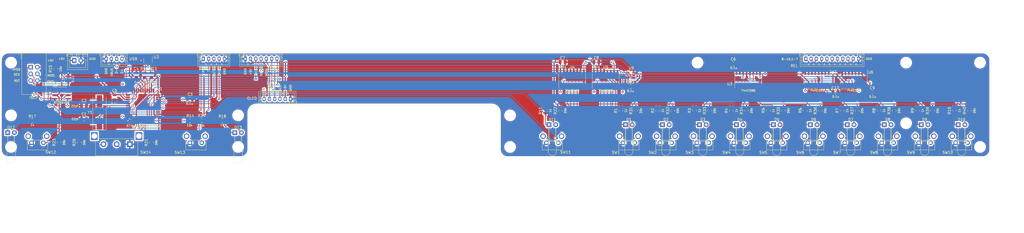
<source format=kicad_pcb>
(kicad_pcb (version 20171130) (host pcbnew "(5.1.5-0-10_14)")
  (layers (0 F.Cu signal) (31 B.Cu signal) (34 B.Paste user) (35 F.Paste user) (36 B.SilkS user) (37 F.SilkS user) (38 B.Mask user) (39 F.Mask user) (44 Edge.Cuts user))
  (net 0 "")
  (net 1 MOSI)
  (net 2 MISO)
  (net 3 RX)
  (net 4 TX)
  (net 5 "Net-(C1-Pad1)")
  (net 6 "Net-(C2-Pad1)")
  (net 7 GND)
  (net 8 "Net-(C3-Pad2)")
  (net 9 "Net-(C4-Pad2)")
  (net 10 "Net-(D1-Pad1)")
  (net 11 "Net-(D2-Pad1)")
  (net 12 "Net-(D3-Pad1)")
  (net 13 "Net-(D4-Pad1)")
  (net 14 "Net-(D5-Pad1)")
  (net 15 "Net-(D6-Pad1)")
  (net 16 "Net-(D7-Pad1)")
  (net 17 "Net-(D8-Pad1)")
  (net 18 "Net-(D9-Pad1)")
  (net 19 D1)
  (net 20 D2)
  (net 21 D3)
  (net 22 D4)
  (net 23 D5)
  (net 24 D6)
  (net 25 D7)
  (net 26 D8)
  (net 27 D_STORE)
  (net 28 +5V)
  (net 29 RST)
  (net 30 RE_A)
  (net 31 RE_B)
  (net 32 SW1)
  (net 33 SW2)
  (net 34 SW3)
  (net 35 SW4)
  (net 36 SW5)
  (net 37 SW6)
  (net 38 SW7)
  (net 39 SW8)
  (net 40 SW_STORE)
  (net 41 SW_LEFT)
  (net 42 SW_RIGHT)
  (net 43 VBUS)
  (net 44 SCK)
  (net 45 REL_CS)
  (net 46 OLED_CS)
  (net 47 D+)
  (net 48 D-)
  (net 49 "Net-(R14-Pad2)")
  (net 50 MUTE)
  (net 51 D9)
  (net 52 "Net-(D10-Pad1)")
  (net 53 D10)
  (net 54 "Net-(D11-Pad1)")
  (net 55 "Net-(R12-Pad2)")
  (net 56 "Net-(R13-Pad2)")
  (net 57 SW9)
  (net 58 SW10)
  (net 59 "Net-(U1-Pad1)")
  (net 60 SW_CS)
  (net 61 "Net-(U1-Pad36)")
  (net 62 "Net-(U1-Pad37)")
  (net 63 "Net-(U1-Pad39)")
  (net 64 SER2)
  (net 65 "Net-(U4-Pad7)")
  (net 66 "Net-(U4-Pad9)")
  (net 67 "Net-(U5-Pad7)")
  (net 68 LOOP8)
  (net 69 LOOP9)
  (net 70 LOOP10)
  (net 71 "Net-(U6-Pad4)")
  (net 72 "Net-(U6-Pad9)")
  (net 73 SER3)
  (net 74 LOOP7)
  (net 75 LOOP6)
  (net 76 LOOP5)
  (net 77 LOOP4)
  (net 78 LOOP3)
  (net 79 LOOP2)
  (net 80 LOOP1)
  (net 81 "Net-(J3-Pad3)")
  (net 82 "Net-(J3-Pad4)")
  (net 83 EEPROM_CS)
  (net 84 "Net-(U2-Pad15)")
  (net 85 "Net-(U6-Pad2)")
  (net 86 "Net-(U6-Pad3)")
  (net 87 MIDI_MODE)
  (net 88 "Net-(U1-Pad8)")
  (net 89 EXT_CS)
  (net 90 EXT_IO)
  (net 91 "Net-(D12-Pad1)")
  (net 92 D_MIDI)
  (net 93 "Net-(D13-Pad1)")
  (net 94 "Net-(U5-Pad9)")
  (module PEC16:RotaryEncoder_Bourns_PEC16-2215F-N0024_Vertical (layer F.Cu) (at 64 149.365 270)
    (fp_text reference SW14 (at -1.365 -11 180) (layer F.SilkS))
    (fp_text value Rotary_Encoder hide)
    (pad MP thru_hole rect (at -7.5 8.45 270) (size 3 2.5) (drill oval 2.1 2) (layers *.Cu *.Mask))
    (pad C thru_hole rect (at -4.4 -5 270) (size 2.2 2.2) (drill 1.2) (layers *.Cu *.Mask) (net 7 GND))
    (pad A thru_hole circle (at -4.4 5 270) (size 2.2 2.2) (drill 1.2) (layers *.Cu *.Mask) (net 30 RE_A))
    (pad B thru_hole circle (at -4.4 0 270) (size 2.2 2.2) (drill 1.2) (layers *.Cu *.Mask) (net 31 RE_B))
    (pad MP thru_hole rect (at -7.5 -8.45 270) (size 3 2.5) (drill oval 2.1 2) (layers *.Cu *.Mask))
  )
  (module MountingHole:MountingHole_3.5mm (layer F.Cu) (at 363 114)
    (fp_text reference REF** hide)
    (fp_text value MountingHole_3.5mm hide)
    (pad 1 np_thru_hole circle (at 0 0) (size 3.5 3.5) (drill 3.5) (layers *.Cu *.Mask))
  )
  (module MountingHole:MountingHole_3.5mm (layer F.Cu) (at 391 146)
    (fp_text reference REF** hide)
    (fp_text value MountingHole_3.5mm hide)
    (pad 1 np_thru_hole circle (at 0 0) (size 3.5 3.5) (drill 3.5) (layers *.Cu *.Mask))
  )
  (module MountingHole:MountingHole_3.5mm (layer F.Cu) (at 391 114)
    (fp_text reference REF** hide)
    (fp_text value MountingHole_3.5mm hide)
    (pad 1 np_thru_hole circle (at 0 0) (size 3.5 3.5) (drill 3.5) (layers *.Cu *.Mask))
  )
  (module MountingHole:MountingHole_3.5mm (layer F.Cu) (at 363 137)
    (fp_text reference REF** hide)
    (fp_text value MountingHole_3.5mm hide)
    (pad 1 np_thru_hole circle (at 0 0) (size 3.5 3.5) (drill 3.5) (layers *.Cu *.Mask))
  )
  (module MountingHole:MountingHole_3.5mm (layer F.Cu) (at 284 114)
    (fp_text reference REF** hide)
    (fp_text value MountingHole_3.5mm hide)
    (pad 1 np_thru_hole circle (at 0 0) (size 3.5 3.5) (drill 3.5) (layers *.Cu *.Mask))
  )
  (module MountingHole:MountingHole_3.5mm (layer F.Cu) (at 213 134)
    (fp_text reference REF** hide)
    (fp_text value MountingHole_3.5mm hide)
    (pad 1 np_thru_hole circle (at 0 0) (size 3.5 3.5) (drill 3.5) (layers *.Cu *.Mask))
  )
  (module MountingHole:MountingHole_3.5mm (layer F.Cu) (at 213 146)
    (fp_text reference REF** hide)
    (fp_text value MountingHole_3.5mm hide)
    (pad 1 np_thru_hole circle (at 0 0) (size 3.5 3.5) (drill 3.5) (layers *.Cu *.Mask))
  )
  (module MountingHole:MountingHole_3.5mm (layer F.Cu) (at 24 114)
    (fp_text reference REF** hide)
    (fp_text value MountingHole_3.5mm hide)
    (pad 1 np_thru_hole circle (at 0 0) (size 3.5 3.5) (drill 3.5) (layers *.Cu *.Mask))
  )
  (module MountingHole:MountingHole_3.5mm (layer F.Cu) (at 110 146)
    (fp_text reference REF** hide)
    (fp_text value MountingHole_3.5mm hide)
    (pad 1 np_thru_hole circle (at 0 0) (size 3.5 3.5) (drill 3.5) (layers *.Cu *.Mask))
  )
  (module MountingHole:MountingHole_3.5mm (layer F.Cu) (at 24 134)
    (fp_text reference REF** hide)
    (fp_text value MountingHole_3.5mm hide)
    (pad 1 np_thru_hole circle (at 0 0) (size 3.5 3.5) (drill 3.5) (layers *.Cu *.Mask))
  )
  (module MountingHole:MountingHole_3.5mm (layer F.Cu) (at 24 146)
    (fp_text reference REF** hide)
    (fp_text value MountingHole_3.5mm hide)
    (pad 1 np_thru_hole circle (at 0 0) (size 3.5 3.5) (drill 3.5) (layers *.Cu *.Mask))
  )
  (module MountingHole:MountingHole_3.5mm (layer F.Cu) (at 110 134)
    (fp_text reference REF** hide)
    (fp_text value MountingHole_3.5mm hide)
    (pad 1 np_thru_hole circle (at 0 0) (size 3.5 3.5) (drill 3.5) (layers *.Cu *.Mask))
  )
  (module bg:bg (layer F.Cu) (at 207.402 126.369)
    (fp_text reference G*** hide)
    (fp_text value LOGO hide)
  )
  (module Capacitor_SMD:C_0805_2012Metric (layer F.Cu) (at 51.623 135.395 180)
    (fp_text reference C1 (at 0 1.905) (layer F.SilkS))
    (fp_text value 22pF (at 3.302 0) (layer F.SilkS) (effects (font (size 0.8 0.8))))
    (pad 1 smd roundrect (at -0.9375 0 180) (size 0.975 1.4) (layers F.Cu F.Paste F.Mask) (net 5 "Net-(C1-Pad1)"))
    (pad 2 smd roundrect (at 0.9375 0 180) (size 0.975 1.4) (layers F.Cu F.Paste F.Mask) (net 7 GND))
  )
  (module Capacitor_SMD:C_0805_2012Metric (layer F.Cu) (at 51.623 130.315 180)
    (fp_text reference C2 (at 0 1.905) (layer F.SilkS))
    (fp_text value 22pF (at 3.429 -0.127) (layer F.SilkS) (effects (font (size 0.8 0.8))))
    (pad 2 smd roundrect (at 0.9375 0 180) (size 0.975 1.4) (layers F.Cu F.Paste F.Mask) (net 7 GND))
    (pad 1 smd roundrect (at -0.9375 0 180) (size 0.975 1.4) (layers F.Cu F.Paste F.Mask) (net 6 "Net-(C2-Pad1)"))
  )
  (module Capacitor_SMD:C_0805_2012Metric (layer F.Cu) (at 91.755 127.775 180)
    (fp_text reference C3 (at -0.0635 1.778) (layer F.SilkS))
    (fp_text value 0.1u (at 0.127 -1.778) (layer F.SilkS) (effects (font (size 0.8 0.8))))
    (pad 1 smd roundrect (at -0.9375 0 180) (size 0.975 1.4) (layers F.Cu F.Paste F.Mask) (net 7 GND))
    (pad 2 smd roundrect (at 0.9375 0 180) (size 0.975 1.4) (layers F.Cu F.Paste F.Mask) (net 8 "Net-(C3-Pad2)"))
  )
  (module Capacitor_SMD:C_0805_2012Metric (layer F.Cu) (at 71.435 118.885 270)
    (fp_text reference C4 (at -2.54 0 180) (layer F.SilkS))
    (fp_text value 1u (at 2.54 0 180) (layer F.SilkS) (effects (font (size 0.8 0.8))))
    (pad 2 smd roundrect (at 0.9375 0 270) (size 0.975 1.4) (layers F.Cu F.Paste F.Mask) (net 9 "Net-(C4-Pad2)"))
    (pad 1 smd roundrect (at -0.9375 0 270) (size 0.975 1.4) (layers F.Cu F.Paste F.Mask) (net 7 GND))
  )
  (module Button_Switch_THT:SW_Tactile_SPST_Angled_PTS645Vx83-2LFS (layer F.Cu) (at 260.25 144.403 180)
    (fp_text reference SW1 (at 7.205 -3.692) (layer F.SilkS))
    (fp_text value SW_Push)
    (pad "" thru_hole circle (at 5.76 2.49 180) (size 2.1 2.1) (drill 1.3) (layers *.Cu *.Mask))
    (pad 2 thru_hole circle (at 4.5 0 180) (size 1.75 1.75) (drill 0.99) (layers *.Cu *.Mask) (net 7 GND))
    (pad 1 thru_hole circle (at 0 0 180) (size 1.75 1.75) (drill 0.99) (layers *.Cu *.Mask) (net 32 SW1))
    (pad "" thru_hole circle (at -1.25 2.49 180) (size 2.1 2.1) (drill 1.3) (layers *.Cu *.Mask))
  )
  (module Button_Switch_THT:SW_Tactile_SPST_Angled_PTS645Vx83-2LFS (layer F.Cu) (at 274.25 144.403 180)
    (fp_text reference SW2 (at 7.235 -3.692) (layer F.SilkS))
    (fp_text value SW_Push)
    (pad "" thru_hole circle (at -1.25 2.49 180) (size 2.1 2.1) (drill 1.3) (layers *.Cu *.Mask))
    (pad 1 thru_hole circle (at 0 0 180) (size 1.75 1.75) (drill 0.99) (layers *.Cu *.Mask) (net 33 SW2))
    (pad 2 thru_hole circle (at 4.5 0 180) (size 1.75 1.75) (drill 0.99) (layers *.Cu *.Mask) (net 7 GND))
    (pad "" thru_hole circle (at 5.76 2.49 180) (size 2.1 2.1) (drill 1.3) (layers *.Cu *.Mask))
  )
  (module Button_Switch_THT:SW_Tactile_SPST_Angled_PTS645Vx83-2LFS (layer F.Cu) (at 288.25 144.403 180)
    (fp_text reference SW3 (at 7.265 -3.692) (layer F.SilkS))
    (fp_text value SW_Push)
    (pad "" thru_hole circle (at 5.76 2.49 180) (size 2.1 2.1) (drill 1.3) (layers *.Cu *.Mask))
    (pad 2 thru_hole circle (at 4.5 0 180) (size 1.75 1.75) (drill 0.99) (layers *.Cu *.Mask) (net 7 GND))
    (pad 1 thru_hole circle (at 0 0 180) (size 1.75 1.75) (drill 0.99) (layers *.Cu *.Mask) (net 34 SW3))
    (pad "" thru_hole circle (at -1.25 2.49 180) (size 2.1 2.1) (drill 1.3) (layers *.Cu *.Mask))
  )
  (module Button_Switch_THT:SW_Tactile_SPST_Angled_PTS645Vx83-2LFS (layer F.Cu) (at 302.25 144.403 180)
    (fp_text reference SW4 (at 7.295 -3.692) (layer F.SilkS))
    (fp_text value SW_Push)
    (pad "" thru_hole circle (at -1.25 2.49 180) (size 2.1 2.1) (drill 1.3) (layers *.Cu *.Mask))
    (pad 1 thru_hole circle (at 0 0 180) (size 1.75 1.75) (drill 0.99) (layers *.Cu *.Mask) (net 35 SW4))
    (pad 2 thru_hole circle (at 4.5 0 180) (size 1.75 1.75) (drill 0.99) (layers *.Cu *.Mask) (net 7 GND))
    (pad "" thru_hole circle (at 5.76 2.49 180) (size 2.1 2.1) (drill 1.3) (layers *.Cu *.Mask))
  )
  (module Button_Switch_THT:SW_Tactile_SPST_Angled_PTS645Vx83-2LFS (layer F.Cu) (at 316.25 144.403 180)
    (fp_text reference SW5 (at 7.325 -3.692) (layer F.SilkS))
    (fp_text value SW_Push)
    (pad "" thru_hole circle (at 5.76 2.49 180) (size 2.1 2.1) (drill 1.3) (layers *.Cu *.Mask))
    (pad 2 thru_hole circle (at 4.5 0 180) (size 1.75 1.75) (drill 0.99) (layers *.Cu *.Mask) (net 7 GND))
    (pad 1 thru_hole circle (at 0 0 180) (size 1.75 1.75) (drill 0.99) (layers *.Cu *.Mask) (net 36 SW5))
    (pad "" thru_hole circle (at -1.25 2.49 180) (size 2.1 2.1) (drill 1.3) (layers *.Cu *.Mask))
  )
  (module Button_Switch_THT:SW_Tactile_SPST_Angled_PTS645Vx83-2LFS (layer F.Cu) (at 330.25 144.403 180)
    (fp_text reference SW6 (at 7.355 -3.692) (layer F.SilkS))
    (fp_text value SW_Push)
    (pad "" thru_hole circle (at -1.25 2.49 180) (size 2.1 2.1) (drill 1.3) (layers *.Cu *.Mask))
    (pad 1 thru_hole circle (at 0 0 180) (size 1.75 1.75) (drill 0.99) (layers *.Cu *.Mask) (net 37 SW6))
    (pad 2 thru_hole circle (at 4.5 0 180) (size 1.75 1.75) (drill 0.99) (layers *.Cu *.Mask) (net 7 GND))
    (pad "" thru_hole circle (at 5.76 2.49 180) (size 2.1 2.1) (drill 1.3) (layers *.Cu *.Mask))
  )
  (module Button_Switch_THT:SW_Tactile_SPST_Angled_PTS645Vx83-2LFS (layer F.Cu) (at 344.25 144.403 180)
    (fp_text reference SW7 (at 7.385 -3.692) (layer F.SilkS))
    (fp_text value SW_Push)
    (pad "" thru_hole circle (at 5.76 2.49 180) (size 2.1 2.1) (drill 1.3) (layers *.Cu *.Mask))
    (pad 2 thru_hole circle (at 4.5 0 180) (size 1.75 1.75) (drill 0.99) (layers *.Cu *.Mask) (net 7 GND))
    (pad 1 thru_hole circle (at 0 0 180) (size 1.75 1.75) (drill 0.99) (layers *.Cu *.Mask) (net 38 SW7))
    (pad "" thru_hole circle (at -1.25 2.49 180) (size 2.1 2.1) (drill 1.3) (layers *.Cu *.Mask))
  )
  (module Button_Switch_THT:SW_Tactile_SPST_Angled_PTS645Vx83-2LFS (layer F.Cu) (at 358.25 144.403 180)
    (fp_text reference SW8 (at 7.415 -3.692) (layer F.SilkS))
    (fp_text value SW_Push)
    (pad "" thru_hole circle (at -1.25 2.49 180) (size 2.1 2.1) (drill 1.3) (layers *.Cu *.Mask))
    (pad 1 thru_hole circle (at 0 0 180) (size 1.75 1.75) (drill 0.99) (layers *.Cu *.Mask) (net 39 SW8))
    (pad 2 thru_hole circle (at 4.5 0 180) (size 1.75 1.75) (drill 0.99) (layers *.Cu *.Mask) (net 7 GND))
    (pad "" thru_hole circle (at 5.76 2.49 180) (size 2.1 2.1) (drill 1.3) (layers *.Cu *.Mask))
  )
  (module Button_Switch_THT:SW_Tactile_SPST_Angled_PTS645Vx83-2LFS (layer F.Cu) (at 231.25 144.403 180)
    (fp_text reference SW11 (at -2.75 -3.597) (layer F.SilkS))
    (fp_text value SW_Push)
    (pad "" thru_hole circle (at 5.76 2.49 180) (size 2.1 2.1) (drill 1.3) (layers *.Cu *.Mask))
    (pad 2 thru_hole circle (at 4.5 0 180) (size 1.75 1.75) (drill 0.99) (layers *.Cu *.Mask) (net 7 GND))
    (pad 1 thru_hole circle (at 0 0 180) (size 1.75 1.75) (drill 0.99) (layers *.Cu *.Mask) (net 40 SW_STORE))
    (pad "" thru_hole circle (at -1.25 2.49 180) (size 2.1 2.1) (drill 1.3) (layers *.Cu *.Mask))
  )
  (module Button_Switch_THT:SW_Tactile_SPST_Angled_PTS645Vx83-2LFS (layer F.Cu) (at 36.25 144.403 180)
    (fp_text reference SW12 (at -2.75 -3.597) (layer F.SilkS))
    (fp_text value SW_Push)
    (pad "" thru_hole circle (at -1.25 2.49 180) (size 2.1 2.1) (drill 1.3) (layers *.Cu *.Mask))
    (pad 1 thru_hole circle (at 0 0 180) (size 1.75 1.75) (drill 0.99) (layers *.Cu *.Mask) (net 41 SW_LEFT))
    (pad 2 thru_hole circle (at 4.5 0 180) (size 1.75 1.75) (drill 0.99) (layers *.Cu *.Mask) (net 7 GND))
    (pad "" thru_hole circle (at 5.76 2.49 180) (size 2.1 2.1) (drill 1.3) (layers *.Cu *.Mask))
  )
  (module Button_Switch_THT:SW_Tactile_SPST_Angled_PTS645Vx83-2LFS (layer F.Cu) (at 96.25 144.403 180)
    (fp_text reference SW13 (at 8.305 -3.692) (layer F.SilkS))
    (fp_text value SW_Push)
    (pad "" thru_hole circle (at 5.76 2.49 180) (size 2.1 2.1) (drill 1.3) (layers *.Cu *.Mask))
    (pad 2 thru_hole circle (at 4.5 0 180) (size 1.75 1.75) (drill 0.99) (layers *.Cu *.Mask) (net 7 GND))
    (pad 1 thru_hole circle (at 0 0 180) (size 1.75 1.75) (drill 0.99) (layers *.Cu *.Mask) (net 42 SW_RIGHT))
    (pad "" thru_hole circle (at -1.25 2.49 180) (size 2.1 2.1) (drill 1.3) (layers *.Cu *.Mask))
  )
  (module Package_QFP:TQFP-44_10x10mm_P0.8mm (layer F.Cu) (at 73.975 130.315 270)
    (fp_text reference U1 (at -6.35 -6.35 180) (layer F.SilkS))
    (fp_text value ATmega32U4-AU (at 7.62 0 180) (layer F.SilkS))
    (pad 1 smd rect (at -5.7 -4 270) (size 1.5 0.55) (layers F.Cu F.Paste F.Mask) (net 59 "Net-(U1-Pad1)"))
    (pad 2 smd rect (at -5.7 -3.2 270) (size 1.5 0.55) (layers F.Cu F.Paste F.Mask) (net 28 +5V))
    (pad 3 smd rect (at -5.7 -2.4 270) (size 1.5 0.55) (layers F.Cu F.Paste F.Mask) (net 48 D-))
    (pad 4 smd rect (at -5.7 -1.6 270) (size 1.5 0.55) (layers F.Cu F.Paste F.Mask) (net 47 D+))
    (pad 5 smd rect (at -5.7 -0.8 270) (size 1.5 0.55) (layers F.Cu F.Paste F.Mask) (net 7 GND))
    (pad 6 smd rect (at -5.7 0 270) (size 1.5 0.55) (layers F.Cu F.Paste F.Mask) (net 9 "Net-(C4-Pad2)"))
    (pad 7 smd rect (at -5.7 0.8 270) (size 1.5 0.55) (layers F.Cu F.Paste F.Mask) (net 43 VBUS))
    (pad 8 smd rect (at -5.7 1.6 270) (size 1.5 0.55) (layers F.Cu F.Paste F.Mask) (net 88 "Net-(U1-Pad8)"))
    (pad 9 smd rect (at -5.7 2.4 270) (size 1.5 0.55) (layers F.Cu F.Paste F.Mask) (net 44 SCK))
    (pad 10 smd rect (at -5.7 3.2 270) (size 1.5 0.55) (layers F.Cu F.Paste F.Mask) (net 1 MOSI))
    (pad 11 smd rect (at -5.7 4 270) (size 1.5 0.55) (layers F.Cu F.Paste F.Mask) (net 2 MISO))
    (pad 12 smd rect (at -4 5.7) (size 1.5 0.55) (layers F.Cu F.Paste F.Mask) (net 45 REL_CS))
    (pad 13 smd rect (at -3.2 5.7) (size 1.5 0.55) (layers F.Cu F.Paste F.Mask) (net 29 RST))
    (pad 14 smd rect (at -2.4 5.7) (size 1.5 0.55) (layers F.Cu F.Paste F.Mask) (net 28 +5V))
    (pad 15 smd rect (at -1.6 5.7) (size 1.5 0.55) (layers F.Cu F.Paste F.Mask) (net 7 GND))
    (pad 16 smd rect (at -0.8 5.7) (size 1.5 0.55) (layers F.Cu F.Paste F.Mask) (net 6 "Net-(C2-Pad1)"))
    (pad 17 smd rect (at 0 5.7) (size 1.5 0.55) (layers F.Cu F.Paste F.Mask) (net 5 "Net-(C1-Pad1)"))
    (pad 18 smd rect (at 0.8 5.7) (size 1.5 0.55) (layers F.Cu F.Paste F.Mask) (net 90 EXT_IO))
    (pad 19 smd rect (at 1.6 5.7) (size 1.5 0.55) (layers F.Cu F.Paste F.Mask) (net 89 EXT_CS))
    (pad 20 smd rect (at 2.4 5.7) (size 1.5 0.55) (layers F.Cu F.Paste F.Mask) (net 3 RX))
    (pad 21 smd rect (at 3.2 5.7) (size 1.5 0.55) (layers F.Cu F.Paste F.Mask) (net 4 TX))
    (pad 22 smd rect (at 4 5.7) (size 1.5 0.55) (layers F.Cu F.Paste F.Mask) (net 83 EEPROM_CS))
    (pad 23 smd rect (at 5.7 4 270) (size 1.5 0.55) (layers F.Cu F.Paste F.Mask) (net 7 GND))
    (pad 24 smd rect (at 5.7 3.2 270) (size 1.5 0.55) (layers F.Cu F.Paste F.Mask) (net 28 +5V))
    (pad 25 smd rect (at 5.7 2.4 270) (size 1.5 0.55) (layers F.Cu F.Paste F.Mask) (net 41 SW_LEFT))
    (pad 26 smd rect (at 5.7 1.6 270) (size 1.5 0.55) (layers F.Cu F.Paste F.Mask) (net 42 SW_RIGHT))
    (pad 27 smd rect (at 5.7 0.8 270) (size 1.5 0.55) (layers F.Cu F.Paste F.Mask) (net 92 D_MIDI))
    (pad 28 smd rect (at 5.7 0 270) (size 1.5 0.55) (layers F.Cu F.Paste F.Mask) (net 30 RE_A))
    (pad 29 smd rect (at 5.7 -0.8 270) (size 1.5 0.55) (layers F.Cu F.Paste F.Mask) (net 31 RE_B))
    (pad 30 smd rect (at 5.7 -1.6 270) (size 1.5 0.55) (layers F.Cu F.Paste F.Mask) (net 46 OLED_CS))
    (pad 31 smd rect (at 5.7 -2.4 270) (size 1.5 0.55) (layers F.Cu F.Paste F.Mask) (net 60 SW_CS))
    (pad 32 smd rect (at 5.7 -3.2 270) (size 1.5 0.55) (layers F.Cu F.Paste F.Mask) (net 27 D_STORE))
    (pad 33 smd rect (at 5.7 -4 270) (size 1.5 0.55) (layers F.Cu F.Paste F.Mask) (net 49 "Net-(R14-Pad2)"))
    (pad 34 smd rect (at 4 -5.7) (size 1.5 0.55) (layers F.Cu F.Paste F.Mask) (net 28 +5V))
    (pad 35 smd rect (at 3.2 -5.7) (size 1.5 0.55) (layers F.Cu F.Paste F.Mask) (net 7 GND))
    (pad 36 smd rect (at 2.4 -5.7) (size 1.5 0.55) (layers F.Cu F.Paste F.Mask) (net 61 "Net-(U1-Pad36)"))
    (pad 37 smd rect (at 1.6 -5.7) (size 1.5 0.55) (layers F.Cu F.Paste F.Mask) (net 62 "Net-(U1-Pad37)"))
    (pad 38 smd rect (at 0.8 -5.7) (size 1.5 0.55) (layers F.Cu F.Paste F.Mask) (net 40 SW_STORE))
    (pad 39 smd rect (at 0 -5.7) (size 1.5 0.55) (layers F.Cu F.Paste F.Mask) (net 63 "Net-(U1-Pad39)"))
    (pad 40 smd rect (at -0.8 -5.7) (size 1.5 0.55) (layers F.Cu F.Paste F.Mask) (net 87 MIDI_MODE))
    (pad 41 smd rect (at -1.6 -5.7) (size 1.5 0.55) (layers F.Cu F.Paste F.Mask) (net 50 MUTE))
    (pad 42 smd rect (at -2.4 -5.7) (size 1.5 0.55) (layers F.Cu F.Paste F.Mask) (net 8 "Net-(C3-Pad2)"))
    (pad 43 smd rect (at -3.2 -5.7) (size 1.5 0.55) (layers F.Cu F.Paste F.Mask) (net 7 GND))
    (pad 44 smd rect (at -4 -5.7) (size 1.5 0.55) (layers F.Cu F.Paste F.Mask) (net 28 +5V))
  )
  (module LED_THT:LED_D3.0mm_Horizontal_O6.35mm_Z10.0mm (layer F.Cu) (at 256.73 137.545)
    (fp_text reference D1 (at 1.27 -1.96) (layer F.SilkS))
    (fp_text value LED)
    (pad 1 thru_hole rect (at 0 0) (size 1.8 1.8) (drill 0.9) (layers *.Cu *.Mask) (net 10 "Net-(D1-Pad1)"))
    (pad 2 thru_hole circle (at 2.54 0) (size 1.8 1.8) (drill 0.9) (layers *.Cu *.Mask) (net 19 D1))
  )
  (module LED_THT:LED_D3.0mm_Horizontal_O6.35mm_Z10.0mm (layer F.Cu) (at 270.73 137.545)
    (fp_text reference D2 (at 1.27 -1.96) (layer F.SilkS))
    (fp_text value LED)
    (pad 1 thru_hole rect (at 0 0) (size 1.8 1.8) (drill 0.9) (layers *.Cu *.Mask) (net 11 "Net-(D2-Pad1)"))
    (pad 2 thru_hole circle (at 2.54 0) (size 1.8 1.8) (drill 0.9) (layers *.Cu *.Mask) (net 20 D2))
  )
  (module LED_THT:LED_D3.0mm_Horizontal_O6.35mm_Z10.0mm (layer F.Cu) (at 284.73 137.545)
    (fp_text reference D3 (at 1.27 -1.96) (layer F.SilkS))
    (fp_text value LED)
    (pad 2 thru_hole circle (at 2.54 0) (size 1.8 1.8) (drill 0.9) (layers *.Cu *.Mask) (net 21 D3))
    (pad 1 thru_hole rect (at 0 0) (size 1.8 1.8) (drill 0.9) (layers *.Cu *.Mask) (net 12 "Net-(D3-Pad1)"))
  )
  (module LED_THT:LED_D3.0mm_Horizontal_O6.35mm_Z10.0mm (layer F.Cu) (at 298.73 137.545)
    (fp_text reference D4 (at 1.27 -1.96) (layer F.SilkS))
    (fp_text value LED)
    (pad 1 thru_hole rect (at 0 0) (size 1.8 1.8) (drill 0.9) (layers *.Cu *.Mask) (net 13 "Net-(D4-Pad1)"))
    (pad 2 thru_hole circle (at 2.54 0) (size 1.8 1.8) (drill 0.9) (layers *.Cu *.Mask) (net 22 D4))
  )
  (module LED_THT:LED_D3.0mm_Horizontal_O6.35mm_Z10.0mm (layer F.Cu) (at 312.73 137.545)
    (fp_text reference D5 (at 1.27 -1.96) (layer F.SilkS))
    (fp_text value LED)
    (pad 2 thru_hole circle (at 2.54 0) (size 1.8 1.8) (drill 0.9) (layers *.Cu *.Mask) (net 23 D5))
    (pad 1 thru_hole rect (at 0 0) (size 1.8 1.8) (drill 0.9) (layers *.Cu *.Mask) (net 14 "Net-(D5-Pad1)"))
  )
  (module LED_THT:LED_D3.0mm_Horizontal_O6.35mm_Z10.0mm (layer F.Cu) (at 326.73 137.545)
    (fp_text reference D6 (at 1.27 -1.96) (layer F.SilkS))
    (fp_text value LED)
    (pad 1 thru_hole rect (at 0 0) (size 1.8 1.8) (drill 0.9) (layers *.Cu *.Mask) (net 15 "Net-(D6-Pad1)"))
    (pad 2 thru_hole circle (at 2.54 0) (size 1.8 1.8) (drill 0.9) (layers *.Cu *.Mask) (net 24 D6))
  )
  (module LED_THT:LED_D3.0mm_Horizontal_O6.35mm_Z10.0mm (layer F.Cu) (at 340.73 137.545)
    (fp_text reference D7 (at 1.27 -1.96) (layer F.SilkS))
    (fp_text value LED)
    (pad 2 thru_hole circle (at 2.54 0) (size 1.8 1.8) (drill 0.9) (layers *.Cu *.Mask) (net 25 D7))
    (pad 1 thru_hole rect (at 0 0) (size 1.8 1.8) (drill 0.9) (layers *.Cu *.Mask) (net 16 "Net-(D7-Pad1)"))
  )
  (module LED_THT:LED_D3.0mm_Horizontal_O6.35mm_Z10.0mm (layer F.Cu) (at 354.73 137.545)
    (fp_text reference D8 (at 1.27 -1.96) (layer F.SilkS))
    (fp_text value LED)
    (pad 1 thru_hole rect (at 0 0) (size 1.8 1.8) (drill 0.9) (layers *.Cu *.Mask) (net 17 "Net-(D8-Pad1)"))
    (pad 2 thru_hole circle (at 2.54 0) (size 1.8 1.8) (drill 0.9) (layers *.Cu *.Mask) (net 26 D8))
  )
  (module LED_THT:LED_D3.0mm_Horizontal_O6.35mm_Z10.0mm (layer F.Cu) (at 227.73 137.545)
    (fp_text reference D11 (at 1.27 -1.96) (layer F.SilkS))
    (fp_text value LED)
    (pad 2 thru_hole circle (at 2.54 0) (size 1.8 1.8) (drill 0.9) (layers *.Cu *.Mask) (net 27 D_STORE))
    (pad 1 thru_hole rect (at 0 0) (size 1.8 1.8) (drill 0.9) (layers *.Cu *.Mask) (net 54 "Net-(D11-Pad1)"))
  )
  (module Package_SO:SOIC-16_3.9x9.9mm_P1.27mm (layer F.Cu) (at 303.21 120.155 90)
    (fp_text reference U2 (at -1.905 -6.985 180) (layer F.SilkS))
    (fp_text value 74HC595 (at -4.445 0 180) (layer F.SilkS) (effects (font (size 0.8 0.8))))
    (pad 1 smd roundrect (at -2.475 -4.445 90) (size 1.95 0.6) (layers F.Cu F.Paste F.Mask) (net 19 D1))
    (pad 2 smd roundrect (at -2.475 -3.175 90) (size 1.95 0.6) (layers F.Cu F.Paste F.Mask) (net 20 D2))
    (pad 3 smd roundrect (at -2.475 -1.905 90) (size 1.95 0.6) (layers F.Cu F.Paste F.Mask) (net 21 D3))
    (pad 4 smd roundrect (at -2.475 -0.635 90) (size 1.95 0.6) (layers F.Cu F.Paste F.Mask) (net 22 D4))
    (pad 5 smd roundrect (at -2.475 0.635 90) (size 1.95 0.6) (layers F.Cu F.Paste F.Mask) (net 23 D5))
    (pad 6 smd roundrect (at -2.475 1.905 90) (size 1.95 0.6) (layers F.Cu F.Paste F.Mask) (net 24 D6))
    (pad 7 smd roundrect (at -2.475 3.175 90) (size 1.95 0.6) (layers F.Cu F.Paste F.Mask) (net 25 D7))
    (pad 8 smd roundrect (at -2.475 4.445 90) (size 1.95 0.6) (layers F.Cu F.Paste F.Mask) (net 7 GND))
    (pad 9 smd roundrect (at 2.475 4.445 90) (size 1.95 0.6) (layers F.Cu F.Paste F.Mask) (net 64 SER2))
    (pad 10 smd roundrect (at 2.475 3.175 90) (size 1.95 0.6) (layers F.Cu F.Paste F.Mask) (net 28 +5V))
    (pad 11 smd roundrect (at 2.475 1.905 90) (size 1.95 0.6) (layers F.Cu F.Paste F.Mask) (net 44 SCK))
    (pad 12 smd roundrect (at 2.475 0.635 90) (size 1.95 0.6) (layers F.Cu F.Paste F.Mask) (net 45 REL_CS))
    (pad 13 smd roundrect (at 2.475 -0.635 90) (size 1.95 0.6) (layers F.Cu F.Paste F.Mask) (net 7 GND))
    (pad 14 smd roundrect (at 2.475 -1.905 90) (size 1.95 0.6) (layers F.Cu F.Paste F.Mask) (net 1 MOSI))
    (pad 15 smd roundrect (at 2.475 -3.175 90) (size 1.95 0.6) (layers F.Cu F.Paste F.Mask) (net 84 "Net-(U2-Pad15)"))
    (pad 16 smd roundrect (at 2.475 -4.445 90) (size 1.95 0.6) (layers F.Cu F.Paste F.Mask) (net 28 +5V))
  )
  (module Resistor_SMD:R_0805_2012Metric (layer F.Cu) (at 254.95 132.22 270)
    (fp_text reference R1 (at 0 1.905 90) (layer F.SilkS))
    (fp_text value 1k (at 0 -1.905 90) (layer F.SilkS) (effects (font (size 0.8 0.8))))
    (pad 2 smd roundrect (at 0.9375 0 270) (size 0.975 1.4) (layers F.Cu F.Paste F.Mask) (net 10 "Net-(D1-Pad1)"))
    (pad 1 smd roundrect (at -0.9375 0 270) (size 0.975 1.4) (layers F.Cu F.Paste F.Mask) (net 7 GND))
  )
  (module Resistor_SMD:R_0805_2012Metric (layer F.Cu) (at 268.92 132.22 270)
    (fp_text reference R2 (at 0 1.905 90) (layer F.SilkS))
    (fp_text value 1k (at 0 -1.905 90) (layer F.SilkS) (effects (font (size 0.8 0.8))))
    (pad 1 smd roundrect (at -0.9375 0 270) (size 0.975 1.4) (layers F.Cu F.Paste F.Mask) (net 7 GND))
    (pad 2 smd roundrect (at 0.9375 0 270) (size 0.975 1.4) (layers F.Cu F.Paste F.Mask) (net 11 "Net-(D2-Pad1)"))
  )
  (module Resistor_SMD:R_0805_2012Metric (layer F.Cu) (at 282.89 132.22 270)
    (fp_text reference R3 (at 0 1.905 90) (layer F.SilkS))
    (fp_text value 1k (at 0 -1.905 90) (layer F.SilkS) (effects (font (size 0.8 0.8))))
    (pad 2 smd roundrect (at 0.9375 0 270) (size 0.975 1.4) (layers F.Cu F.Paste F.Mask) (net 12 "Net-(D3-Pad1)"))
    (pad 1 smd roundrect (at -0.9375 0 270) (size 0.975 1.4) (layers F.Cu F.Paste F.Mask) (net 7 GND))
  )
  (module Resistor_SMD:R_0805_2012Metric (layer F.Cu) (at 296.86 132.22 270)
    (fp_text reference R4 (at 0 1.905 90) (layer F.SilkS))
    (fp_text value 1k (at 0 -1.905 90) (layer F.SilkS) (effects (font (size 0.8 0.8))))
    (pad 1 smd roundrect (at -0.9375 0 270) (size 0.975 1.4) (layers F.Cu F.Paste F.Mask) (net 7 GND))
    (pad 2 smd roundrect (at 0.9375 0 270) (size 0.975 1.4) (layers F.Cu F.Paste F.Mask) (net 13 "Net-(D4-Pad1)"))
  )
  (module Resistor_SMD:R_0805_2012Metric (layer F.Cu) (at 310.83 132.22 270)
    (fp_text reference R5 (at 0 1.905 90) (layer F.SilkS))
    (fp_text value 1k (at 0 -1.905 90) (layer F.SilkS) (effects (font (size 0.8 0.8))))
    (pad 2 smd roundrect (at 0.9375 0 270) (size 0.975 1.4) (layers F.Cu F.Paste F.Mask) (net 14 "Net-(D5-Pad1)"))
    (pad 1 smd roundrect (at -0.9375 0 270) (size 0.975 1.4) (layers F.Cu F.Paste F.Mask) (net 7 GND))
  )
  (module Resistor_SMD:R_0805_2012Metric (layer F.Cu) (at 324.8 132.22 270)
    (fp_text reference R6 (at 0 1.905 90) (layer F.SilkS))
    (fp_text value 1k (at 0 -1.905 90) (layer F.SilkS) (effects (font (size 0.8 0.8))))
    (pad 1 smd roundrect (at -0.9375 0 270) (size 0.975 1.4) (layers F.Cu F.Paste F.Mask) (net 7 GND))
    (pad 2 smd roundrect (at 0.9375 0 270) (size 0.975 1.4) (layers F.Cu F.Paste F.Mask) (net 15 "Net-(D6-Pad1)"))
  )
  (module Resistor_SMD:R_0805_2012Metric (layer F.Cu) (at 338.77 132.22 270)
    (fp_text reference R7 (at 0 1.905 90) (layer F.SilkS))
    (fp_text value 1k (at 0 -1.905 90) (layer F.SilkS) (effects (font (size 0.8 0.8))))
    (pad 2 smd roundrect (at 0.9375 0 270) (size 0.975 1.4) (layers F.Cu F.Paste F.Mask) (net 16 "Net-(D7-Pad1)"))
    (pad 1 smd roundrect (at -0.9375 0 270) (size 0.975 1.4) (layers F.Cu F.Paste F.Mask) (net 7 GND))
  )
  (module Resistor_SMD:R_0805_2012Metric (layer F.Cu) (at 352.74 132.22 270)
    (fp_text reference R8 (at 0 1.905 90) (layer F.SilkS))
    (fp_text value 1k (at 0 -1.905 90) (layer F.SilkS) (effects (font (size 0.8 0.8))))
    (pad 1 smd roundrect (at -0.9375 0 270) (size 0.975 1.4) (layers F.Cu F.Paste F.Mask) (net 7 GND))
    (pad 2 smd roundrect (at 0.9375 0 270) (size 0.975 1.4) (layers F.Cu F.Paste F.Mask) (net 17 "Net-(D8-Pad1)"))
  )
  (module Resistor_SMD:R_0805_2012Metric (layer F.Cu) (at 226.375 132.22 270)
    (fp_text reference R11 (at 0 1.905 90) (layer F.SilkS))
    (fp_text value 1k (at 0 -1.905 90) (layer F.SilkS) (effects (font (size 0.8 0.8))))
    (pad 1 smd roundrect (at -0.9375 0 270) (size 0.975 1.4) (layers F.Cu F.Paste F.Mask) (net 7 GND))
    (pad 2 smd roundrect (at 0.9375 0 270) (size 0.975 1.4) (layers F.Cu F.Paste F.Mask) (net 54 "Net-(D11-Pad1)"))
  )
  (module Resistor_SMD:R_0805_2012Metric (layer F.Cu) (at 49.845 144.285 270)
    (fp_text reference R20 (at 0 1.905 90) (layer F.SilkS))
    (fp_text value 39k (at 0 -1.905 90) (layer F.SilkS) (effects (font (size 0.8 0.8))))
    (pad 1 smd roundrect (at -0.9375 0 270) (size 0.975 1.4) (layers F.Cu F.Paste F.Mask) (net 28 +5V))
    (pad 2 smd roundrect (at 0.9375 0 270) (size 0.975 1.4) (layers F.Cu F.Paste F.Mask) (net 30 RE_A))
  )
  (module Resistor_SMD:R_0805_2012Metric (layer F.Cu) (at 77.15 144.285 270)
    (fp_text reference R21 (at 0 1.905 90) (layer F.SilkS))
    (fp_text value 39k (at 0 -1.905 90) (layer F.SilkS) (effects (font (size 0.8 0.8))))
    (pad 2 smd roundrect (at 0.9375 0 270) (size 0.975 1.4) (layers F.Cu F.Paste F.Mask) (net 31 RE_B))
    (pad 1 smd roundrect (at -0.9375 0 270) (size 0.975 1.4) (layers F.Cu F.Paste F.Mask) (net 28 +5V))
  )
  (module Resistor_SMD:R_0805_2012Metric (layer F.Cu) (at 40.955 116.345 270)
    (fp_text reference R15 (at 0 2.032 90) (layer F.SilkS))
    (fp_text value 10k (at 0 -1.8415 90) (layer F.SilkS) (effects (font (size 0.8 0.8))))
    (pad 2 smd roundrect (at 0.9375 0 270) (size 0.975 1.4) (layers F.Cu F.Paste F.Mask) (net 29 RST))
    (pad 1 smd roundrect (at -0.9375 0 270) (size 0.975 1.4) (layers F.Cu F.Paste F.Mask) (net 28 +5V))
  )
  (module Resistor_SMD:R_0805_2012Metric (layer F.Cu) (at 232.09 132.22 270)
    (fp_text reference R22 (at 0 1.905 90) (layer F.SilkS))
    (fp_text value 39k (at 0 -1.905 90) (layer F.SilkS) (effects (font (size 0.8 0.8))))
    (pad 1 smd roundrect (at -0.9375 0 270) (size 0.975 1.4) (layers F.Cu F.Paste F.Mask) (net 28 +5V))
    (pad 2 smd roundrect (at 0.9375 0 270) (size 0.975 1.4) (layers F.Cu F.Paste F.Mask) (net 40 SW_STORE))
  )
  (module Resistor_SMD:R_0805_2012Metric (layer F.Cu) (at 96.2 136.03 180)
    (fp_text reference R24 (at 0 1.905) (layer F.SilkS))
    (fp_text value 39k (at 0 -1.905) (layer F.SilkS) (effects (font (size 0.8 0.8))))
    (pad 1 smd roundrect (at -0.9375 0 180) (size 0.975 1.4) (layers F.Cu F.Paste F.Mask) (net 28 +5V))
    (pad 2 smd roundrect (at 0.9375 0 180) (size 0.975 1.4) (layers F.Cu F.Paste F.Mask) (net 42 SW_RIGHT))
  )
  (module Resistor_SMD:R_0805_2012Metric (layer F.Cu) (at 42.225 144.285 270)
    (fp_text reference R23 (at 0 1.905 90) (layer F.SilkS))
    (fp_text value 39k (at 0 -1.905 90) (layer F.SilkS) (effects (font (size 0.8 0.8))))
    (pad 2 smd roundrect (at 0.9375 0 270) (size 0.975 1.4) (layers F.Cu F.Paste F.Mask) (net 41 SW_LEFT))
    (pad 1 smd roundrect (at -0.9375 0 270) (size 0.975 1.4) (layers F.Cu F.Paste F.Mask) (net 28 +5V))
  )
  (module Resistor_SMD:R_0805_2012Metric (layer F.Cu) (at 260.665 132.22 270)
    (fp_text reference R31 (at 0 1.905 90) (layer F.SilkS))
    (fp_text value 39k (at 0 -1.905 90) (layer F.SilkS) (effects (font (size 0.8 0.8))))
    (pad 1 smd roundrect (at -0.9375 0 270) (size 0.975 1.4) (layers F.Cu F.Paste F.Mask) (net 28 +5V))
    (pad 2 smd roundrect (at 0.9375 0 270) (size 0.975 1.4) (layers F.Cu F.Paste F.Mask) (net 32 SW1))
  )
  (module Resistor_SMD:R_0805_2012Metric (layer F.Cu) (at 274.635 132.22 270)
    (fp_text reference R32 (at 0 1.905 90) (layer F.SilkS))
    (fp_text value 39k (at 0 -1.905 90) (layer F.SilkS) (effects (font (size 0.8 0.8))))
    (pad 2 smd roundrect (at 0.9375 0 270) (size 0.975 1.4) (layers F.Cu F.Paste F.Mask) (net 33 SW2))
    (pad 1 smd roundrect (at -0.9375 0 270) (size 0.975 1.4) (layers F.Cu F.Paste F.Mask) (net 28 +5V))
  )
  (module Resistor_SMD:R_0805_2012Metric (layer F.Cu) (at 288.605 132.22 270)
    (fp_text reference R33 (at 0 1.905 90) (layer F.SilkS))
    (fp_text value 39k (at 0 -1.905 90) (layer F.SilkS) (effects (font (size 0.8 0.8))))
    (pad 1 smd roundrect (at -0.9375 0 270) (size 0.975 1.4) (layers F.Cu F.Paste F.Mask) (net 28 +5V))
    (pad 2 smd roundrect (at 0.9375 0 270) (size 0.975 1.4) (layers F.Cu F.Paste F.Mask) (net 34 SW3))
  )
  (module Resistor_SMD:R_0805_2012Metric (layer F.Cu) (at 302.575 132.22 270)
    (fp_text reference R34 (at 0 1.905 90) (layer F.SilkS))
    (fp_text value 39k (at 0 -1.905 90) (layer F.SilkS) (effects (font (size 0.8 0.8))))
    (pad 2 smd roundrect (at 0.9375 0 270) (size 0.975 1.4) (layers F.Cu F.Paste F.Mask) (net 35 SW4))
    (pad 1 smd roundrect (at -0.9375 0 270) (size 0.975 1.4) (layers F.Cu F.Paste F.Mask) (net 28 +5V))
  )
  (module Resistor_SMD:R_0805_2012Metric (layer F.Cu) (at 316.545 132.22 270)
    (fp_text reference R35 (at 0 1.905 90) (layer F.SilkS))
    (fp_text value 39k (at 0 -1.905 90) (layer F.SilkS) (effects (font (size 0.8 0.8))))
    (pad 1 smd roundrect (at -0.9375 0 270) (size 0.975 1.4) (layers F.Cu F.Paste F.Mask) (net 28 +5V))
    (pad 2 smd roundrect (at 0.9375 0 270) (size 0.975 1.4) (layers F.Cu F.Paste F.Mask) (net 36 SW5))
  )
  (module Resistor_SMD:R_0805_2012Metric (layer F.Cu) (at 330.515 132.22 270)
    (fp_text reference R36 (at 0 1.905 90) (layer F.SilkS))
    (fp_text value 39k (at 0 -1.905 90) (layer F.SilkS) (effects (font (size 0.8 0.8))))
    (pad 2 smd roundrect (at 0.9375 0 270) (size 0.975 1.4) (layers F.Cu F.Paste F.Mask) (net 37 SW6))
    (pad 1 smd roundrect (at -0.9375 0 270) (size 0.975 1.4) (layers F.Cu F.Paste F.Mask) (net 28 +5V))
  )
  (module Resistor_SMD:R_0805_2012Metric (layer F.Cu) (at 344.485 132.22 270)
    (fp_text reference R37 (at 0 1.905 90) (layer F.SilkS))
    (fp_text value 39k (at 0 -1.905 90) (layer F.SilkS) (effects (font (size 0.8 0.8))))
    (pad 1 smd roundrect (at -0.9375 0 270) (size 0.975 1.4) (layers F.Cu F.Paste F.Mask) (net 28 +5V))
    (pad 2 smd roundrect (at 0.9375 0 270) (size 0.975 1.4) (layers F.Cu F.Paste F.Mask) (net 38 SW7))
  )
  (module Resistor_SMD:R_0805_2012Metric (layer F.Cu) (at 358.455 132.22 270)
    (fp_text reference R38 (at 0 1.905 90) (layer F.SilkS))
    (fp_text value 39k (at 0 -1.905 90) (layer F.SilkS) (effects (font (size 0.8 0.8))))
    (pad 2 smd roundrect (at 0.9375 0 270) (size 0.975 1.4) (layers F.Cu F.Paste F.Mask) (net 39 SW8))
    (pad 1 smd roundrect (at -0.9375 0 270) (size 0.975 1.4) (layers F.Cu F.Paste F.Mask) (net 28 +5V))
  )
  (module Capacitor_SMD:C_0805_2012Metric (layer F.Cu) (at 63.18 127.14 270)
    (fp_text reference C5 (at -2.54 0 180) (layer F.SilkS))
    (fp_text value 0.1u (at 2.54 0 180) (layer F.SilkS) (effects (font (size 0.8 0.8))))
    (pad 1 smd roundrect (at -0.9375 0 270) (size 0.975 1.4) (layers F.Cu F.Paste F.Mask) (net 28 +5V))
    (pad 2 smd roundrect (at 0.9375 0 270) (size 0.975 1.4) (layers F.Cu F.Paste F.Mask) (net 7 GND))
  )
  (module Capacitor_SMD:C_0805_2012Metric (layer F.Cu) (at 297.622 114.44 180)
    (fp_text reference C6 (at 0.0785 1.778) (layer F.SilkS))
    (fp_text value 0.1u (at -0.0485 -1.524) (layer F.SilkS) (effects (font (size 0.8 0.8))))
    (pad 2 smd roundrect (at 0.9375 0 180) (size 0.975 1.4) (layers F.Cu F.Paste F.Mask) (net 7 GND))
    (pad 1 smd roundrect (at -0.9375 0 180) (size 0.975 1.4) (layers F.Cu F.Paste F.Mask) (net 28 +5V))
  )
  (module Connector_IDC:IDC-Header_2x03_P2.54mm_Vertical (layer F.Cu) (at 31.43 115.71)
    (fp_text reference J5 hide)
    (fp_text value DS1013-06S hide)
    (fp_text user MISO (at -5.334 0.889) (layer F.SilkS) (effects (font (size 0.8 0.8))))
    (fp_text user MOSI (at 7.747 3.175) (layer F.SilkS) (effects (font (size 0.8 0.8))))
    (fp_text user +5V (at 7.493 -2.54) (layer F.SilkS) (effects (font (size 0.8 0.8))))
    (fp_text user SCK (at -5.207 2.794) (layer F.SilkS) (effects (font (size 0.8 0.8))))
    (fp_text user GND (at 7.493 5.461) (layer F.SilkS) (effects (font (size 0.8 0.8))))
    (fp_text user RST (at -5.207 5.207) (layer F.SilkS) (effects (font (size 0.8 0.8))))
    (fp_text user ISCP (at 1.143 11.557) (layer F.SilkS))
    (pad 1 thru_hole rect (at 0 0) (size 1.7272 1.7272) (drill 1.016) (layers *.Cu *.Mask) (net 2 MISO))
    (pad 2 thru_hole oval (at 2.54 0) (size 1.7272 1.7272) (drill 1.016) (layers *.Cu *.Mask) (net 28 +5V))
    (pad 3 thru_hole oval (at 0 2.54) (size 1.7272 1.7272) (drill 1.016) (layers *.Cu *.Mask) (net 44 SCK))
    (pad 4 thru_hole oval (at 2.54 2.54) (size 1.7272 1.7272) (drill 1.016) (layers *.Cu *.Mask) (net 1 MOSI))
    (pad 5 thru_hole oval (at 0 5.08) (size 1.7272 1.7272) (drill 1.016) (layers *.Cu *.Mask) (net 29 RST))
    (pad 6 thru_hole oval (at 2.54 5.08) (size 1.7272 1.7272) (drill 1.016) (layers *.Cu *.Mask) (net 7 GND))
  )
  (module Resistor_SMD:R_0805_2012Metric (layer F.Cu) (at 74.61 118.885 90)
    (fp_text reference R12 (at 2.54 -0.1905 180) (layer F.SilkS))
    (fp_text value 22 (at -2.54 0 180) (layer F.SilkS) (effects (font (size 0.8 0.8))))
    (pad 2 smd roundrect (at 0.9375 0 90) (size 0.975 1.4) (layers F.Cu F.Paste F.Mask) (net 55 "Net-(R12-Pad2)"))
    (pad 1 smd roundrect (at -0.9375 0 90) (size 0.975 1.4) (layers F.Cu F.Paste F.Mask) (net 47 D+))
  )
  (module Resistor_SMD:R_0805_2012Metric (layer F.Cu) (at 77.15 118.885 90)
    (fp_text reference R13 (at 2.54 0.635 180) (layer F.SilkS))
    (fp_text value 22 (at -2.54 0) (layer F.SilkS) (effects (font (size 0.8 0.8))))
    (pad 1 smd roundrect (at -0.9375 0 90) (size 0.975 1.4) (layers F.Cu F.Paste F.Mask) (net 48 D-))
    (pad 2 smd roundrect (at 0.9375 0 90) (size 0.975 1.4) (layers F.Cu F.Paste F.Mask) (net 56 "Net-(R13-Pad2)"))
  )
  (module Resistor_SMD:R_0805_2012Metric (layer F.Cu) (at 91.755 136.03 180)
    (fp_text reference R14 (at -0.127 1.8415) (layer F.SilkS))
    (fp_text value 10k (at 0.127 -1.778) (layer F.SilkS) (effects (font (size 0.8 0.8))))
    (pad 1 smd roundrect (at -0.9375 0 180) (size 0.975 1.4) (layers F.Cu F.Paste F.Mask) (net 7 GND))
    (pad 2 smd roundrect (at 0.9375 0 180) (size 0.975 1.4) (layers F.Cu F.Paste F.Mask) (net 49 "Net-(R14-Pad2)"))
  )
  (module Package_TO_SOT_SMD:SOT-23-6 (layer F.Cu) (at 75.88 113.17 270)
    (fp_text reference U3 (at -1.27 -3.175 180) (layer F.SilkS))
    (fp_text value USBLC6-2SC6 hide)
    (pad 1 smd rect (at -1.1 -0.95 270) (size 1.06 0.65) (layers F.Cu F.Paste F.Mask) (net 81 "Net-(J3-Pad3)"))
    (pad 2 smd rect (at -1.1 0 270) (size 1.06 0.65) (layers F.Cu F.Paste F.Mask) (net 7 GND))
    (pad 3 smd rect (at -1.1 0.95 270) (size 1.06 0.65) (layers F.Cu F.Paste F.Mask) (net 82 "Net-(J3-Pad4)"))
    (pad 4 smd rect (at 1.1 0.95 270) (size 1.06 0.65) (layers F.Cu F.Paste F.Mask) (net 55 "Net-(R12-Pad2)"))
    (pad 6 smd rect (at 1.1 -0.95 270) (size 1.06 0.65) (layers F.Cu F.Paste F.Mask) (net 56 "Net-(R13-Pad2)"))
    (pad 5 smd rect (at 1.1 0 270) (size 1.06 0.65) (layers F.Cu F.Paste F.Mask) (net 43 VBUS))
  )
  (module LED_THT:LED_D3.0mm_Horizontal_O6.35mm_Z10.0mm (layer F.Cu) (at 368.73 137.545)
    (fp_text reference D9 (at 1.27 -1.96) (layer F.SilkS))
    (fp_text value LED)
    (pad 2 thru_hole circle (at 2.54 0) (size 1.8 1.8) (drill 0.9) (layers *.Cu *.Mask) (net 51 D9))
    (pad 1 thru_hole rect (at 0 0) (size 1.8 1.8) (drill 0.9) (layers *.Cu *.Mask) (net 18 "Net-(D9-Pad1)"))
  )
  (module LED_THT:LED_D3.0mm_Horizontal_O6.35mm_Z10.0mm (layer F.Cu) (at 382.73 137.545)
    (fp_text reference D10 (at 1.27 -1.96) (layer F.SilkS))
    (fp_text value LED)
    (pad 1 thru_hole rect (at 0 0) (size 1.8 1.8) (drill 0.9) (layers *.Cu *.Mask) (net 52 "Net-(D10-Pad1)"))
    (pad 2 thru_hole circle (at 2.54 0) (size 1.8 1.8) (drill 0.9) (layers *.Cu *.Mask) (net 53 D10))
  )
  (module Resistor_SMD:R_0805_2012Metric (layer F.Cu) (at 367.345 132.22 270)
    (fp_text reference R9 (at 0 1.905 90) (layer F.SilkS))
    (fp_text value 1k (at 0 -1.905 90) (layer F.SilkS) (effects (font (size 0.8 0.8))))
    (pad 2 smd roundrect (at 0.9375 0 270) (size 0.975 1.4) (layers F.Cu F.Paste F.Mask) (net 18 "Net-(D9-Pad1)"))
    (pad 1 smd roundrect (at -0.9375 0 270) (size 0.975 1.4) (layers F.Cu F.Paste F.Mask) (net 7 GND))
  )
  (module Resistor_SMD:R_0805_2012Metric (layer F.Cu) (at 381.315 132.22 270)
    (fp_text reference R10 (at 0 1.905 90) (layer F.SilkS))
    (fp_text value 1k (at 0 -1.905 90) (layer F.SilkS) (effects (font (size 0.8 0.8))))
    (pad 1 smd roundrect (at -0.9375 0 270) (size 0.975 1.4) (layers F.Cu F.Paste F.Mask) (net 7 GND))
    (pad 2 smd roundrect (at 0.9375 0 270) (size 0.975 1.4) (layers F.Cu F.Paste F.Mask) (net 52 "Net-(D10-Pad1)"))
  )
  (module Resistor_SMD:R_0805_2012Metric (layer F.Cu) (at 373.06 132.22 270)
    (fp_text reference R39 (at 0 1.905 90) (layer F.SilkS))
    (fp_text value 39k (at 0 -1.905 90) (layer F.SilkS) (effects (font (size 0.8 0.8))))
    (pad 2 smd roundrect (at 0.9375 0 270) (size 0.975 1.4) (layers F.Cu F.Paste F.Mask) (net 57 SW9))
    (pad 1 smd roundrect (at -0.9375 0 270) (size 0.975 1.4) (layers F.Cu F.Paste F.Mask) (net 28 +5V))
  )
  (module Resistor_SMD:R_0805_2012Metric (layer F.Cu) (at 387.03 132.22 270)
    (fp_text reference R40 (at 0 1.905 90) (layer F.SilkS))
    (fp_text value 39k (at 0 -1.905 90) (layer F.SilkS) (effects (font (size 0.8 0.8))))
    (pad 1 smd roundrect (at -0.9375 0 270) (size 0.975 1.4) (layers F.Cu F.Paste F.Mask) (net 28 +5V))
    (pad 2 smd roundrect (at 0.9375 0 270) (size 0.975 1.4) (layers F.Cu F.Paste F.Mask) (net 58 SW10))
  )
  (module Button_Switch_THT:SW_Tactile_SPST_Angled_PTS645Vx83-2LFS (layer F.Cu) (at 372.25 144.403 180)
    (fp_text reference SW9 (at 7.445 -3.692) (layer F.SilkS))
    (fp_text value SW_Push)
    (pad "" thru_hole circle (at 5.76 2.49 180) (size 2.1 2.1) (drill 1.3) (layers *.Cu *.Mask))
    (pad 2 thru_hole circle (at 4.5 0 180) (size 1.75 1.75) (drill 0.99) (layers *.Cu *.Mask) (net 7 GND))
    (pad 1 thru_hole circle (at 0 0 180) (size 1.75 1.75) (drill 0.99) (layers *.Cu *.Mask) (net 57 SW9))
    (pad "" thru_hole circle (at -1.25 2.49 180) (size 2.1 2.1) (drill 1.3) (layers *.Cu *.Mask))
  )
  (module Button_Switch_THT:SW_Tactile_SPST_Angled_PTS645Vx83-2LFS (layer F.Cu) (at 386.25 144.403 180)
    (fp_text reference SW10 (at 7.475 -3.692) (layer F.SilkS))
    (fp_text value SW_Push)
    (pad "" thru_hole circle (at -1.25 2.49 180) (size 2.1 2.1) (drill 1.3) (layers *.Cu *.Mask))
    (pad 1 thru_hole circle (at 0 0 180) (size 1.75 1.75) (drill 0.99) (layers *.Cu *.Mask) (net 58 SW10))
    (pad 2 thru_hole circle (at 4.5 0 180) (size 1.75 1.75) (drill 0.99) (layers *.Cu *.Mask) (net 7 GND))
    (pad "" thru_hole circle (at 5.76 2.49 180) (size 2.1 2.1) (drill 1.3) (layers *.Cu *.Mask))
  )
  (module Capacitor_SMD:C_0805_2012Metric (layer F.Cu) (at 232.9155 113.805)
    (fp_text reference C7 (at 0 -1.65) (layer F.SilkS))
    (fp_text value 0.1u (at 0 1.65) (layer F.SilkS) (effects (font (size 0.8 0.8))))
    (pad 2 smd roundrect (at 0.9375 0) (size 0.975 1.4) (layers F.Cu F.Paste F.Mask) (net 7 GND))
    (pad 1 smd roundrect (at -0.9375 0) (size 0.975 1.4) (layers F.Cu F.Paste F.Mask) (net 28 +5V))
  )
  (module Capacitor_SMD:C_0805_2012Metric (layer F.Cu) (at 245.679 113.805)
    (fp_text reference C8 (at 0 -1.65) (layer F.SilkS))
    (fp_text value 0.1u (at 0 1.65) (layer F.SilkS) (effects (font (size 0.8 0.8))))
    (pad 1 smd roundrect (at -0.9375 0) (size 0.975 1.4) (layers F.Cu F.Paste F.Mask) (net 28 +5V))
    (pad 2 smd roundrect (at 0.9375 0) (size 0.975 1.4) (layers F.Cu F.Paste F.Mask) (net 7 GND))
  )
  (module Capacitor_SMD:C_0805_2012Metric (layer F.Cu) (at 350.2 125.235)
    (fp_text reference C9 (at 0 -1.651) (layer F.SilkS))
    (fp_text value 0.1u (at 0.127 1.651) (layer F.SilkS) (effects (font (size 0.8 0.8))))
    (pad 2 smd roundrect (at 0.9375 0) (size 0.975 1.4) (layers F.Cu F.Paste F.Mask) (net 7 GND))
    (pad 1 smd roundrect (at -0.9375 0) (size 0.975 1.4) (layers F.Cu F.Paste F.Mask) (net 28 +5V))
  )
  (module Capacitor_SMD:C_0805_2012Metric (layer F.Cu) (at 336.23 125.235)
    (fp_text reference C10 (at 0 -1.651) (layer F.SilkS))
    (fp_text value 0.1u (at 0.127 1.651) (layer F.SilkS) (effects (font (size 0.8 0.8))))
    (pad 1 smd roundrect (at -0.9375 0) (size 0.975 1.4) (layers F.Cu F.Paste F.Mask) (net 28 +5V))
    (pad 2 smd roundrect (at 0.9375 0) (size 0.975 1.4) (layers F.Cu F.Paste F.Mask) (net 7 GND))
  )
  (module Package_SO:SOIC-16_3.9x9.9mm_P1.27mm (layer F.Cu) (at 236.535 120.155 90)
    (fp_text reference U4 (at 4.445 0 180) (layer F.SilkS))
    (fp_text value 74HC165 (at -4.445 0 180) (layer F.SilkS) (effects (font (size 0.8 0.8))))
    (pad 1 smd roundrect (at -2.475 -4.445 90) (size 1.95 0.6) (layers F.Cu F.Paste F.Mask) (net 60 SW_CS))
    (pad 2 smd roundrect (at -2.475 -3.175 90) (size 1.95 0.6) (layers F.Cu F.Paste F.Mask) (net 44 SCK))
    (pad 3 smd roundrect (at -2.475 -1.905 90) (size 1.95 0.6) (layers F.Cu F.Paste F.Mask) (net 58 SW10))
    (pad 4 smd roundrect (at -2.475 -0.635 90) (size 1.95 0.6) (layers F.Cu F.Paste F.Mask) (net 57 SW9))
    (pad 5 smd roundrect (at -2.475 0.635 90) (size 1.95 0.6) (layers F.Cu F.Paste F.Mask) (net 39 SW8))
    (pad 6 smd roundrect (at -2.475 1.905 90) (size 1.95 0.6) (layers F.Cu F.Paste F.Mask) (net 38 SW7))
    (pad 7 smd roundrect (at -2.475 3.175 90) (size 1.95 0.6) (layers F.Cu F.Paste F.Mask) (net 65 "Net-(U4-Pad7)"))
    (pad 8 smd roundrect (at -2.475 4.445 90) (size 1.95 0.6) (layers F.Cu F.Paste F.Mask) (net 7 GND))
    (pad 9 smd roundrect (at 2.475 4.445 90) (size 1.95 0.6) (layers F.Cu F.Paste F.Mask) (net 66 "Net-(U4-Pad9)"))
    (pad 10 smd roundrect (at 2.475 3.175 90) (size 1.95 0.6) (layers F.Cu F.Paste F.Mask) (net 7 GND))
    (pad 11 smd roundrect (at 2.475 1.905 90) (size 1.95 0.6) (layers F.Cu F.Paste F.Mask) (net 7 GND))
    (pad 12 smd roundrect (at 2.475 0.635 90) (size 1.95 0.6) (layers F.Cu F.Paste F.Mask) (net 7 GND))
    (pad 13 smd roundrect (at 2.475 -0.635 90) (size 1.95 0.6) (layers F.Cu F.Paste F.Mask) (net 7 GND))
    (pad 14 smd roundrect (at 2.475 -1.905 90) (size 1.95 0.6) (layers F.Cu F.Paste F.Mask) (net 7 GND))
    (pad 15 smd roundrect (at 2.475 -3.175 90) (size 1.95 0.6) (layers F.Cu F.Paste F.Mask) (net 7 GND))
    (pad 16 smd roundrect (at 2.475 -4.445 90) (size 1.95 0.6) (layers F.Cu F.Paste F.Mask) (net 28 +5V))
  )
  (module Package_SO:SOIC-16_3.9x9.9mm_P1.27mm (layer F.Cu) (at 249.235 120.155 90)
    (fp_text reference U5 (at 4.445 0 180) (layer F.SilkS))
    (fp_text value 74HC165 (at -4.445 0 180) (layer F.SilkS) (effects (font (size 0.8 0.8))))
    (pad 16 smd roundrect (at 2.475 -4.445 90) (size 1.95 0.6) (layers F.Cu F.Paste F.Mask) (net 28 +5V))
    (pad 15 smd roundrect (at 2.475 -3.175 90) (size 1.95 0.6) (layers F.Cu F.Paste F.Mask) (net 7 GND))
    (pad 14 smd roundrect (at 2.475 -1.905 90) (size 1.95 0.6) (layers F.Cu F.Paste F.Mask) (net 7 GND))
    (pad 13 smd roundrect (at 2.475 -0.635 90) (size 1.95 0.6) (layers F.Cu F.Paste F.Mask) (net 7 GND))
    (pad 12 smd roundrect (at 2.475 0.635 90) (size 1.95 0.6) (layers F.Cu F.Paste F.Mask) (net 33 SW2))
    (pad 11 smd roundrect (at 2.475 1.905 90) (size 1.95 0.6) (layers F.Cu F.Paste F.Mask) (net 32 SW1))
    (pad 10 smd roundrect (at 2.475 3.175 90) (size 1.95 0.6) (layers F.Cu F.Paste F.Mask) (net 66 "Net-(U4-Pad9)"))
    (pad 9 smd roundrect (at 2.475 4.445 90) (size 1.95 0.6) (layers F.Cu F.Paste F.Mask) (net 94 "Net-(U5-Pad9)"))
    (pad 8 smd roundrect (at -2.475 4.445 90) (size 1.95 0.6) (layers F.Cu F.Paste F.Mask) (net 7 GND))
    (pad 7 smd roundrect (at -2.475 3.175 90) (size 1.95 0.6) (layers F.Cu F.Paste F.Mask) (net 67 "Net-(U5-Pad7)"))
    (pad 6 smd roundrect (at -2.475 1.905 90) (size 1.95 0.6) (layers F.Cu F.Paste F.Mask) (net 34 SW3))
    (pad 5 smd roundrect (at -2.475 0.635 90) (size 1.95 0.6) (layers F.Cu F.Paste F.Mask) (net 35 SW4))
    (pad 4 smd roundrect (at -2.475 -0.635 90) (size 1.95 0.6) (layers F.Cu F.Paste F.Mask) (net 36 SW5))
    (pad 3 smd roundrect (at -2.475 -1.905 90) (size 1.95 0.6) (layers F.Cu F.Paste F.Mask) (net 37 SW6))
    (pad 2 smd roundrect (at -2.475 -3.175 90) (size 1.95 0.6) (layers F.Cu F.Paste F.Mask) (net 44 SCK))
    (pad 1 smd roundrect (at -2.475 -4.445 90) (size 1.95 0.6) (layers F.Cu F.Paste F.Mask) (net 60 SW_CS))
  )
  (module Package_SO:SOIC-16_3.9x9.9mm_P1.27mm (layer F.Cu) (at 343.215 120.155 270)
    (fp_text reference U6 (at -2.54 -6.35 180) (layer F.SilkS))
    (fp_text value 74HC595 (at 4.445 0 180) (layer F.SilkS) (effects (font (size 0.8 0.8))))
    (pad 1 smd roundrect (at -2.475 -4.445 270) (size 1.95 0.6) (layers F.Cu F.Paste F.Mask) (net 53 D10))
    (pad 2 smd roundrect (at -2.475 -3.175 270) (size 1.95 0.6) (layers F.Cu F.Paste F.Mask) (net 85 "Net-(U6-Pad2)"))
    (pad 3 smd roundrect (at -2.475 -1.905 270) (size 1.95 0.6) (layers F.Cu F.Paste F.Mask) (net 86 "Net-(U6-Pad3)"))
    (pad 4 smd roundrect (at -2.475 -0.635 270) (size 1.95 0.6) (layers F.Cu F.Paste F.Mask) (net 71 "Net-(U6-Pad4)"))
    (pad 5 smd roundrect (at -2.475 0.635 270) (size 1.95 0.6) (layers F.Cu F.Paste F.Mask) (net 74 LOOP7))
    (pad 6 smd roundrect (at -2.475 1.905 270) (size 1.95 0.6) (layers F.Cu F.Paste F.Mask) (net 75 LOOP6))
    (pad 7 smd roundrect (at -2.475 3.175 270) (size 1.95 0.6) (layers F.Cu F.Paste F.Mask) (net 76 LOOP5))
    (pad 8 smd roundrect (at -2.475 4.445 270) (size 1.95 0.6) (layers F.Cu F.Paste F.Mask) (net 7 GND))
    (pad 9 smd roundrect (at 2.475 4.445 270) (size 1.95 0.6) (layers F.Cu F.Paste F.Mask) (net 72 "Net-(U6-Pad9)"))
    (pad 10 smd roundrect (at 2.475 3.175 270) (size 1.95 0.6) (layers F.Cu F.Paste F.Mask) (net 28 +5V))
    (pad 11 smd roundrect (at 2.475 1.905 270) (size 1.95 0.6) (layers F.Cu F.Paste F.Mask) (net 44 SCK))
    (pad 12 smd roundrect (at 2.475 0.635 270) (size 1.95 0.6) (layers F.Cu F.Paste F.Mask) (net 45 REL_CS))
    (pad 13 smd roundrect (at 2.475 -0.635 270) (size 1.95 0.6) (layers F.Cu F.Paste F.Mask) (net 7 GND))
    (pad 14 smd roundrect (at 2.475 -1.905 270) (size 1.95 0.6) (layers F.Cu F.Paste F.Mask) (net 73 SER3))
    (pad 15 smd roundrect (at 2.475 -3.175 270) (size 1.95 0.6) (layers F.Cu F.Paste F.Mask) (net 51 D9))
    (pad 16 smd roundrect (at 2.475 -4.445 270) (size 1.95 0.6) (layers F.Cu F.Paste F.Mask) (net 28 +5V))
  )
  (module Package_SO:SOIC-16_3.9x9.9mm_P1.27mm (layer F.Cu) (at 329.245 120.155 270)
    (fp_text reference U7 (at -2.54 -6.35 180) (layer F.SilkS))
    (fp_text value 74HC595 (at 4.445 0 180) (layer F.SilkS) (effects (font (size 0.8 0.8))))
    (pad 16 smd roundrect (at 2.475 -4.445 270) (size 1.95 0.6) (layers F.Cu F.Paste F.Mask) (net 28 +5V))
    (pad 15 smd roundrect (at 2.475 -3.175 270) (size 1.95 0.6) (layers F.Cu F.Paste F.Mask) (net 26 D8))
    (pad 14 smd roundrect (at 2.475 -1.905 270) (size 1.95 0.6) (layers F.Cu F.Paste F.Mask) (net 64 SER2))
    (pad 13 smd roundrect (at 2.475 -0.635 270) (size 1.95 0.6) (layers F.Cu F.Paste F.Mask) (net 7 GND))
    (pad 12 smd roundrect (at 2.475 0.635 270) (size 1.95 0.6) (layers F.Cu F.Paste F.Mask) (net 45 REL_CS))
    (pad 11 smd roundrect (at 2.475 1.905 270) (size 1.95 0.6) (layers F.Cu F.Paste F.Mask) (net 44 SCK))
    (pad 10 smd roundrect (at 2.475 3.175 270) (size 1.95 0.6) (layers F.Cu F.Paste F.Mask) (net 28 +5V))
    (pad 9 smd roundrect (at 2.475 4.445 270) (size 1.95 0.6) (layers F.Cu F.Paste F.Mask) (net 73 SER3))
    (pad 8 smd roundrect (at -2.475 4.445 270) (size 1.95 0.6) (layers F.Cu F.Paste F.Mask) (net 7 GND))
    (pad 7 smd roundrect (at -2.475 3.175 270) (size 1.95 0.6) (layers F.Cu F.Paste F.Mask) (net 68 LOOP8))
    (pad 6 smd roundrect (at -2.475 1.905 270) (size 1.95 0.6) (layers F.Cu F.Paste F.Mask) (net 69 LOOP9))
    (pad 5 smd roundrect (at -2.475 0.635 270) (size 1.95 0.6) (layers F.Cu F.Paste F.Mask) (net 70 LOOP10))
    (pad 4 smd roundrect (at -2.475 -0.635 270) (size 1.95 0.6) (layers F.Cu F.Paste F.Mask) (net 80 LOOP1))
    (pad 3 smd roundrect (at -2.475 -1.905 270) (size 1.95 0.6) (layers F.Cu F.Paste F.Mask) (net 79 LOOP2))
    (pad 2 smd roundrect (at -2.475 -3.175 270) (size 1.95 0.6) (layers F.Cu F.Paste F.Mask) (net 78 LOOP3))
    (pad 1 smd roundrect (at -2.475 -4.445 270) (size 1.95 0.6) (layers F.Cu F.Paste F.Mask) (net 77 LOOP4))
  )
  (module Connector_JST:JST_PH_B11B-PH-K_1x11_P2.00mm_Vertical (layer F.Cu) (at 325 112.535)
    (fp_text reference J2 hide)
    (fp_text value REL hide)
    (fp_text user REL (at -4.391 2.667) (layer F.SilkS))
    (fp_text user 8-10,1-7 (at -6.042 0.127) (layer F.SilkS) (effects (font (size 0.8 0.8))))
    (fp_text user GND (at 23.93 0) (layer F.SilkS) (effects (font (size 0.8 0.8))))
    (pad 1 thru_hole roundrect (at 0 0) (size 1.2 1.75) (drill 0.75) (layers *.Cu *.Mask) (roundrect_rratio 0.208333) (net 68 LOOP8))
    (pad 2 thru_hole oval (at 2 0) (size 1.2 1.75) (drill 0.75) (layers *.Cu *.Mask) (net 69 LOOP9))
    (pad 3 thru_hole oval (at 4 0) (size 1.2 1.75) (drill 0.75) (layers *.Cu *.Mask) (net 70 LOOP10))
    (pad 4 thru_hole oval (at 6 0) (size 1.2 1.75) (drill 0.75) (layers *.Cu *.Mask) (net 80 LOOP1))
    (pad 5 thru_hole oval (at 8 0) (size 1.2 1.75) (drill 0.75) (layers *.Cu *.Mask) (net 79 LOOP2))
    (pad 6 thru_hole oval (at 10 0) (size 1.2 1.75) (drill 0.75) (layers *.Cu *.Mask) (net 78 LOOP3))
    (pad 7 thru_hole oval (at 12 0) (size 1.2 1.75) (drill 0.75) (layers *.Cu *.Mask) (net 77 LOOP4))
    (pad 8 thru_hole oval (at 14 0) (size 1.2 1.75) (drill 0.75) (layers *.Cu *.Mask) (net 76 LOOP5))
    (pad 9 thru_hole oval (at 16 0) (size 1.2 1.75) (drill 0.75) (layers *.Cu *.Mask) (net 75 LOOP6))
    (pad 10 thru_hole oval (at 18 0) (size 1.2 1.75) (drill 0.75) (layers *.Cu *.Mask) (net 74 LOOP7))
    (pad 11 thru_hole oval (at 20 0) (size 1.2 1.75) (drill 0.75) (layers *.Cu *.Mask) (net 7 GND))
  )
  (module Connector_JST:JST_PH_B4B-PH-K_1x04_P2.00mm_Vertical (layer F.Cu) (at 60.005 112.535)
    (fp_text reference J3 hide)
    (fp_text value "GND VBUS USB" hide)
    (fp_text user GND (at 0 4.699 90) (layer F.SilkS) (effects (font (size 0.8 0.8))))
    (fp_text user VBUS (at 2.159 5.08 90) (layer F.SilkS) (effects (font (size 0.8 0.8))))
    (fp_text user D+ (at 5.969 4.699 90) (layer F.SilkS) (effects (font (size 0.8 0.8))))
    (fp_text user D- (at 3.937 4.699 90) (layer F.SilkS) (effects (font (size 0.8 0.8))))
    (fp_text user USB (at 10.287 0) (layer F.SilkS))
    (pad 1 thru_hole roundrect (at 0 0) (size 1.2 1.75) (drill 0.75) (layers *.Cu *.Mask) (roundrect_rratio 0.208333) (net 7 GND))
    (pad 2 thru_hole oval (at 2 0) (size 1.2 1.75) (drill 0.75) (layers *.Cu *.Mask) (net 43 VBUS))
    (pad 3 thru_hole oval (at 4 0) (size 1.2 1.75) (drill 0.75) (layers *.Cu *.Mask) (net 81 "Net-(J3-Pad3)"))
    (pad 4 thru_hole oval (at 6 0) (size 1.2 1.75) (drill 0.75) (layers *.Cu *.Mask) (net 82 "Net-(J3-Pad4)"))
  )
  (module Connector_JST:JST_PH_B6B-PH-K_1x06_P2.00mm_Vertical (layer F.Cu) (at 129.855 127.775 180)
    (fp_text reference J6 hide)
    (fp_text value OLED hide)
    (fp_text user OLED (at 14.605 0.254 180) (layer F.SilkS))
    (fp_text user CS (at 10.033 3.81 270) (layer F.SilkS) (effects (font (size 0.8 0.8))))
    (fp_text user MOSI (at 8.001 4.445 270) (layer F.SilkS) (effects (font (size 0.8 0.8))))
    (fp_text user MISO (at 5.969 4.445 270) (layer F.SilkS) (effects (font (size 0.8 0.8))))
    (fp_text user SCK (at 3.937 4.191 270) (layer F.SilkS) (effects (font (size 0.8 0.8))))
    (fp_text user +5V (at 2.032 4.191 270) (layer F.SilkS) (effects (font (size 0.8 0.8))))
    (fp_text user GND (at 0 4.191 270) (layer F.SilkS) (effects (font (size 0.8 0.8))))
    (pad 1 thru_hole roundrect (at 0 0 180) (size 1.2 1.75) (drill 0.75) (layers *.Cu *.Mask) (roundrect_rratio 0.208333) (net 7 GND))
    (pad 2 thru_hole oval (at 2 0 180) (size 1.2 1.75) (drill 0.75) (layers *.Cu *.Mask) (net 28 +5V))
    (pad 3 thru_hole oval (at 4 0 180) (size 1.2 1.75) (drill 0.75) (layers *.Cu *.Mask) (net 44 SCK))
    (pad 4 thru_hole oval (at 6 0 180) (size 1.2 1.75) (drill 0.75) (layers *.Cu *.Mask) (net 2 MISO))
    (pad 5 thru_hole oval (at 8 0 180) (size 1.2 1.75) (drill 0.75) (layers *.Cu *.Mask) (net 1 MOSI))
    (pad 6 thru_hole oval (at 10 0 180) (size 1.2 1.75) (drill 0.75) (layers *.Cu *.Mask) (net 46 OLED_CS))
  )
  (module Package_SO:SO-8_3.9x4.9mm_P1.27mm (layer F.Cu) (at 43.131 125.795)
    (fp_text reference U8 (at -2.43 -3.4) (layer F.SilkS))
    (fp_text value AT25640B (at 0 3.4) (layer F.SilkS) (effects (font (size 0.8 0.8))))
    (pad 1 smd roundrect (at -2.575 -1.905) (size 1.75 0.6) (layers F.Cu F.Paste F.Mask) (net 83 EEPROM_CS))
    (pad 2 smd roundrect (at -2.575 -0.635) (size 1.75 0.6) (layers F.Cu F.Paste F.Mask) (net 2 MISO))
    (pad 3 smd roundrect (at -2.575 0.635) (size 1.75 0.6) (layers F.Cu F.Paste F.Mask) (net 28 +5V))
    (pad 4 smd roundrect (at -2.575 1.905) (size 1.75 0.6) (layers F.Cu F.Paste F.Mask) (net 7 GND))
    (pad 5 smd roundrect (at 2.575 1.905) (size 1.75 0.6) (layers F.Cu F.Paste F.Mask) (net 1 MOSI))
    (pad 6 smd roundrect (at 2.575 0.635) (size 1.75 0.6) (layers F.Cu F.Paste F.Mask) (net 44 SCK))
    (pad 7 smd roundrect (at 2.575 -0.635) (size 1.75 0.6) (layers F.Cu F.Paste F.Mask) (net 28 +5V))
    (pad 8 smd roundrect (at 2.575 -1.905) (size 1.75 0.6) (layers F.Cu F.Paste F.Mask) (net 28 +5V))
  )
  (module Capacitor_SMD:C_0805_2012Metric (layer F.Cu) (at 45.654 120.155 90)
    (fp_text reference C11 (at -0.0635 -1.8415 90) (layer F.SilkS))
    (fp_text value 0.1u (at -0.0635 1.778 90) (layer F.SilkS) (effects (font (size 0.8 0.8))))
    (pad 1 smd roundrect (at -0.9375 0 90) (size 0.975 1.4) (layers F.Cu F.Paste F.Mask) (net 28 +5V))
    (pad 2 smd roundrect (at 0.9375 0 90) (size 0.975 1.4) (layers F.Cu F.Paste F.Mask) (net 7 GND))
  )
  (module Crystal:Crystal_SMD_HC49-SD (layer F.Cu) (at 57.465 132.855 90)
    (fp_text reference Y1 (at 0 -3.55 180) (layer F.SilkS))
    (fp_text value Crystal_Small)
    (pad 1 smd rect (at -4.25 0 90) (size 4.5 2) (layers F.Cu F.Paste F.Mask) (net 5 "Net-(C1-Pad1)"))
    (pad 2 smd rect (at 4.25 0 90) (size 4.5 2) (layers F.Cu F.Paste F.Mask) (net 6 "Net-(C2-Pad1)"))
  )
  (module Connector_JST:JST_PH_B5B-PH-K_1x05_P2.00mm_Vertical (layer F.Cu) (at 96.835 112.535)
    (fp_text reference J4 hide)
    (fp_text value "JST B5B-PH-K-S" hide)
    (fp_text user RX (at 0 4.445 90) (layer F.SilkS) (effects (font (size 0.8 0.8))))
    (fp_text user TX (at 2.032 4.318 270) (layer F.SilkS) (effects (font (size 0.8 0.8))))
    (fp_text user MUTE (at 4.064 5.207 90) (layer F.SilkS) (effects (font (size 0.8 0.8))))
    (fp_text user MIDI (at 6.0198 4.826 90) (layer F.SilkS) (effects (font (size 0.8 0.8))))
    (fp_text user GND (at 8.0264 4.826 90) (layer F.SilkS) (effects (font (size 0.8 0.8))))
    (pad 1 thru_hole roundrect (at 0 0) (size 1.2 1.75) (drill 0.75) (layers *.Cu *.Mask) (roundrect_rratio 0.208333) (net 3 RX))
    (pad 2 thru_hole oval (at 2 0) (size 1.2 1.75) (drill 0.75) (layers *.Cu *.Mask) (net 4 TX))
    (pad 3 thru_hole oval (at 4 0) (size 1.2 1.75) (drill 0.75) (layers *.Cu *.Mask) (net 50 MUTE))
    (pad 4 thru_hole oval (at 6 0) (size 1.2 1.75) (drill 0.75) (layers *.Cu *.Mask) (net 87 MIDI_MODE))
    (pad 5 thru_hole oval (at 8 0) (size 1.2 1.75) (drill 0.75) (layers *.Cu *.Mask) (net 7 GND))
  )
  (module Connector_JST:JST_PH_B7B-PH-K_1x07_P2.00mm_Vertical (layer F.Cu) (at 112.71 112.535)
    (fp_text reference J7 hide)
    (fp_text value EXT hide)
    (fp_text user GND (at 0 4.826 90) (layer F.SilkS) (effects (font (size 0.8 0.8))))
    (fp_text user +5V (at 2.032 4.953 90) (layer F.SilkS) (effects (font (size 0.8 0.8))))
    (fp_text user SCK (at 4.064 4.826 90) (layer F.SilkS) (effects (font (size 0.8 0.8))))
    (fp_text user MISO (at 6.096 5.08 90) (layer F.SilkS) (effects (font (size 0.8 0.8))))
    (fp_text user MOSI (at 8.001 5.08 90) (layer F.SilkS) (effects (font (size 0.8 0.8))))
    (fp_text user EXT_CS (at 10.033 5.842 90) (layer F.SilkS) (effects (font (size 0.8 0.8))))
    (fp_text user EXT_IO (at 12.065 5.715 90) (layer F.SilkS) (effects (font (size 0.8 0.8))))
    (pad 1 thru_hole roundrect (at 0 0) (size 1.2 1.75) (drill 0.75) (layers *.Cu *.Mask) (roundrect_rratio 0.208333) (net 7 GND))
    (pad 2 thru_hole oval (at 2 0) (size 1.2 1.75) (drill 0.75) (layers *.Cu *.Mask) (net 28 +5V))
    (pad 3 thru_hole oval (at 4 0) (size 1.2 1.75) (drill 0.75) (layers *.Cu *.Mask) (net 44 SCK))
    (pad 4 thru_hole oval (at 6 0) (size 1.2 1.75) (drill 0.75) (layers *.Cu *.Mask) (net 2 MISO))
    (pad 5 thru_hole oval (at 8 0) (size 1.2 1.75) (drill 0.75) (layers *.Cu *.Mask) (net 1 MOSI))
    (pad 6 thru_hole oval (at 10 0) (size 1.2 1.75) (drill 0.75) (layers *.Cu *.Mask) (net 89 EXT_CS))
    (pad 7 thru_hole oval (at 12 0) (size 1.2 1.75) (drill 0.75) (layers *.Cu *.Mask) (net 90 EXT_IO))
  )
  (module LED_THT:LED_D3.0mm_Horizontal_O6.35mm_Z10.0mm (layer F.Cu) (at 22.73 140.545)
    (fp_text reference D12 (at 1.27 -1.96) (layer F.SilkS))
    (fp_text value LED)
    (pad 1 thru_hole rect (at 0 0) (size 1.8 1.8) (drill 0.9) (layers *.Cu *.Mask) (net 91 "Net-(D12-Pad1)"))
    (pad 2 thru_hole circle (at 2.54 0) (size 1.8 1.8) (drill 0.9) (layers *.Cu *.Mask) (net 92 D_MIDI))
  )
  (module LED_THT:LED_D3.0mm_Horizontal_O6.35mm_Z10.0mm (layer F.Cu) (at 108.73 140.545)
    (fp_text reference D13 (at 1.27 -1.96) (layer F.SilkS))
    (fp_text value LED)
    (pad 2 thru_hole circle (at 2.54 0) (size 1.8 1.8) (drill 0.9) (layers *.Cu *.Mask) (net 92 D_MIDI))
    (pad 1 thru_hole rect (at 0 0) (size 1.8 1.8) (drill 0.9) (layers *.Cu *.Mask) (net 93 "Net-(D13-Pad1)"))
  )
  (module Resistor_SMD:R_0805_2012Metric (layer F.Cu) (at 32 136 180)
    (fp_text reference R17 (at -0.0396 1.621) (layer F.SilkS))
    (fp_text value 1k (at -0.0904 -1.6302) (layer F.SilkS) (effects (font (size 0.8 0.8))))
    (pad 2 smd roundrect (at 0.9375 0 180) (size 0.975 1.4) (layers F.Cu F.Paste F.Mask) (net 91 "Net-(D12-Pad1)"))
    (pad 1 smd roundrect (at -0.9375 0 180) (size 0.975 1.4) (layers F.Cu F.Paste F.Mask) (net 7 GND))
  )
  (module Resistor_SMD:R_0805_2012Metric (layer F.Cu) (at 104 136)
    (fp_text reference R18 (at 0 -1.65) (layer F.SilkS))
    (fp_text value 1k (at 0 1.65) (layer F.SilkS) (effects (font (size 0.8 0.8))))
    (pad 1 smd roundrect (at -0.9375 0) (size 0.975 1.4) (layers F.Cu F.Paste F.Mask) (net 7 GND))
    (pad 2 smd roundrect (at 0.9375 0) (size 0.975 1.4) (layers F.Cu F.Paste F.Mask) (net 93 "Net-(D13-Pad1)"))
  )
  (module Package_TO_SOT_SMD:SOT-23-5 (layer F.Cu) (at 258.76 118.758 180)
    (fp_text reference U9 (at -0.127 2.667) (layer F.SilkS))
    (fp_text value SN74LVC1G125DBVR hide)
    (pad 1 smd rect (at -1.1 -0.95 180) (size 1.06 0.65) (layers F.Cu F.Paste F.Mask) (net 60 SW_CS))
    (pad 2 smd rect (at -1.1 0 180) (size 1.06 0.65) (layers F.Cu F.Paste F.Mask) (net 94 "Net-(U5-Pad9)"))
    (pad 3 smd rect (at -1.1 0.95 180) (size 1.06 0.65) (layers F.Cu F.Paste F.Mask) (net 7 GND))
    (pad 4 smd rect (at 1.1 0.95 180) (size 1.06 0.65) (layers F.Cu F.Paste F.Mask) (net 2 MISO))
    (pad 5 smd rect (at 1.1 -0.95 180) (size 1.06 0.65) (layers F.Cu F.Paste F.Mask) (net 28 +5V))
  )
  (module Capacitor_SMD:C_0805_2012Metric (layer F.Cu) (at 258.633 123.076)
    (fp_text reference C12 (at 0 -1.65) (layer F.SilkS))
    (fp_text value 0.1u (at 0 1.65) (layer F.SilkS) (effects (font (size 0.8 0.8))))
    (pad 1 smd roundrect (at -0.9375 0) (size 0.975 1.4) (layers F.Cu F.Paste F.Mask) (net 28 +5V))
    (pad 2 smd roundrect (at 0.9375 0) (size 0.975 1.4) (layers F.Cu F.Paste F.Mask) (net 7 GND))
  )
  (module Connector_JST:JST_XH_B2B-XH-A_1x02_P2.50mm_Vertical (layer F.Cu) (at 47.94 113.17)
    (fp_text reference J1 hide)
    (fp_text value "JST B2B-XH-A" hide)
    (fp_text user +5V (at -4.826 -0.635 180) (layer F.SilkS) (effects (font (size 0.8 0.8))))
    (fp_text user GND (at 6.858 -0.635) (layer F.SilkS) (effects (font (size 0.8 0.8))))
    (pad 1 thru_hole roundrect (at 0 0) (size 1.7 2) (drill 1) (layers *.Cu *.Mask) (roundrect_rratio 0.147059) (net 28 +5V))
    (pad 2 thru_hole oval (at 2.5 0) (size 1.7 2) (drill 1) (layers *.Cu *.Mask) (net 7 GND))
  )
  (gr_line (start 104 110) (end 116 110) (layer Edge.Cuts) (width 0.05))
  (gr_line (start 116 110) (end 392 110) (layer Edge.Cuts) (width 0.05))
  (gr_arc (start 392 113) (end 395 113) (angle -90) (layer Edge.Cuts) (width 0.05))
  (gr_arc (start 23 113) (end 23 110) (angle -90) (layer Edge.Cuts) (width 0.05))
  (gr_arc (start 23 147) (end 20 147) (angle -90) (layer Edge.Cuts) (width 0.05))
  (gr_arc (start 206 133) (end 209 133) (angle -90) (layer Edge.Cuts) (width 0.05))
  (gr_arc (start 117 133) (end 117 130) (angle -90) (layer Edge.Cuts) (width 0.05))
  (gr_arc (start 111 147) (end 111 150) (angle -90) (layer Edge.Cuts) (width 0.05))
  (gr_arc (start 392 147) (end 392 150) (angle -90) (layer Edge.Cuts) (width 0.05))
  (gr_arc (start 212 147) (end 209 147) (angle -90) (layer Edge.Cuts) (width 0.05))
  (gr_line (start 209 147) (end 209 133) (layer Edge.Cuts) (width 0.05))
  (gr_line (start 114 147) (end 114 133) (layer Edge.Cuts) (width 0.05))
  (gr_line (start 206 130) (end 117 130) (layer Edge.Cuts) (width 0.05))
  (gr_line (start 111 150) (end 23 150) (layer Edge.Cuts) (width 0.05))
  (gr_line (start 392 150) (end 212 150) (layer Edge.Cuts) (width 0.05))
  (gr_line (start 395 113) (end 395 147) (layer Edge.Cuts) (width 0.05))
  (gr_line (start 23 110) (end 104 110) (layer Edge.Cuts) (width 0.05))
  (gr_line (start 20 113) (end 20 147) (layer Edge.Cuts) (width 0.05))
  (via (at 45.4 130.315) (size 0.8) (drill 0.4) (layers F.Cu B.Cu) (net 1))
  (segment (start 45.4 128.006) (end 45.706 127.7) (width 0.25) (layer F.Cu) (net 1))
  (segment (start 45.4 130.315) (end 45.4 128.006) (width 0.25) (layer F.Cu) (net 1))
  (segment (start 45.4 130.315) (end 38.668998 130.315) (width 0.25) (layer B.Cu) (net 1))
  (via (at 38.668998 130.315) (size 0.8) (drill 0.4) (layers F.Cu B.Cu) (net 1))
  (segment (start 38.268999 129.915001) (end 38.668998 130.315) (width 0.25) (layer F.Cu) (net 1))
  (segment (start 36.51 128.156002) (end 38.268999 129.915001) (width 0.25) (layer F.Cu) (net 1))
  (segment (start 36.51 120.79) (end 36.51 128.156002) (width 0.25) (layer F.Cu) (net 1))
  (segment (start 33.97 118.25) (end 36.51 120.79) (width 0.25) (layer F.Cu) (net 1))
  (via (at 69.9745 128.600504) (size 0.8) (drill 0.4) (layers F.Cu B.Cu) (net 1))
  (segment (start 69.574501 129.000503) (end 69.9745 128.600504) (width 0.25) (layer B.Cu) (net 1))
  (segment (start 45.4 130.315) (end 68.260004 130.315) (width 0.25) (layer B.Cu) (net 1))
  (segment (start 68.260004 130.315) (end 69.574501 129.000503) (width 0.25) (layer B.Cu) (net 1))
  (segment (start 70.775 124.615) (end 70.775 126.409496) (width 0.25) (layer F.Cu) (net 1))
  (segment (start 69.9745 127.209996) (end 69.9745 128.034819) (width 0.25) (layer F.Cu) (net 1))
  (segment (start 70.775 126.409496) (end 69.9745 127.209996) (width 0.25) (layer F.Cu) (net 1))
  (segment (start 69.9745 128.034819) (end 69.9745 128.600504) (width 0.25) (layer F.Cu) (net 1))
  (via (at 70.817351 126.419522) (size 0.8) (drill 0.4) (layers F.Cu B.Cu) (net 1))
  (segment (start 70.807325 126.409496) (end 70.817351 126.419522) (width 0.25) (layer F.Cu) (net 1))
  (segment (start 70.775 126.409496) (end 70.807325 126.409496) (width 0.25) (layer F.Cu) (net 1))
  (segment (start 301.305 117.68) (end 301.305 119.393) (width 0.25) (layer F.Cu) (net 1))
  (via (at 301.305 119.393) (size 0.8) (drill 0.4) (layers F.Cu B.Cu) (net 1))
  (via (at 121.853996 115.075) (size 0.8) (drill 0.4) (layers F.Cu B.Cu) (net 1))
  (segment (start 254.95 115.075) (end 122.419681 115.075) (width 0.25) (layer B.Cu) (net 1))
  (segment (start 122.419681 115.075) (end 121.853996 115.075) (width 0.25) (layer B.Cu) (net 1))
  (segment (start 301.305 119.393) (end 259.268 119.393) (width 0.25) (layer B.Cu) (net 1))
  (segment (start 259.268 119.393) (end 254.95 115.075) (width 0.25) (layer B.Cu) (net 1))
  (segment (start 120.71 113.931004) (end 121.853996 115.075) (width 0.25) (layer F.Cu) (net 1))
  (segment (start 120.71 112.535) (end 120.71 113.931004) (width 0.25) (layer F.Cu) (net 1))
  (segment (start 121.855 127.775) (end 121.855 121.68) (width 0.25) (layer F.Cu) (net 1))
  (segment (start 121.288315 121.679) (end 121.854 121.679) (width 0.25) (layer B.Cu) (net 1))
  (segment (start 121.853996 121.678996) (end 121.854 121.679) (width 0.25) (layer F.Cu) (net 1))
  (segment (start 75.557873 121.679) (end 121.288315 121.679) (width 0.25) (layer B.Cu) (net 1))
  (segment (start 121.853996 115.075) (end 121.853996 121.678996) (width 0.25) (layer F.Cu) (net 1))
  (segment (start 70.817351 126.419522) (end 75.557873 121.679) (width 0.25) (layer B.Cu) (net 1))
  (segment (start 121.855 121.68) (end 121.854 121.679) (width 0.25) (layer F.Cu) (net 1))
  (via (at 121.854 121.679) (size 0.8) (drill 0.4) (layers F.Cu B.Cu) (net 1))
  (via (at 69.910996 125.997) (size 0.8) (drill 0.4) (layers F.Cu B.Cu) (net 2))
  (segment (start 69.975 124.615) (end 69.975 125.932996) (width 0.25) (layer F.Cu) (net 2))
  (segment (start 69.975 125.932996) (end 69.910996 125.997) (width 0.25) (layer F.Cu) (net 2))
  (via (at 123.886 116.98) (size 0.8) (drill 0.4) (layers F.Cu B.Cu) (net 2))
  (via (at 118.806 116.98) (size 0.8) (drill 0.4) (layers F.Cu B.Cu) (net 2))
  (segment (start 118.71 116.884) (end 118.806 116.98) (width 0.25) (layer F.Cu) (net 2))
  (segment (start 118.71 112.535) (end 118.71 116.884) (width 0.25) (layer F.Cu) (net 2))
  (segment (start 118.806 116.98) (end 123.886 116.98) (width 0.25) (layer B.Cu) (net 2))
  (via (at 123.886 120.917002) (size 0.8) (drill 0.4) (layers F.Cu B.Cu) (net 2))
  (segment (start 123.320315 120.917002) (end 123.886 120.917002) (width 0.25) (layer B.Cu) (net 2))
  (segment (start 123.886 116.98) (end 123.886 120.917002) (width 0.25) (layer F.Cu) (net 2))
  (segment (start 69.910996 125.997) (end 74.990994 120.917002) (width 0.25) (layer B.Cu) (net 2))
  (segment (start 74.990994 120.917002) (end 123.320315 120.917002) (width 0.25) (layer B.Cu) (net 2))
  (segment (start 123.855 127.775) (end 123.855 120.948002) (width 0.25) (layer F.Cu) (net 2))
  (segment (start 123.855 120.948002) (end 123.886 120.917002) (width 0.25) (layer F.Cu) (net 2))
  (via (at 255.077 117.742004) (size 0.8) (drill 0.4) (layers F.Cu B.Cu) (net 2))
  (segment (start 123.886 116.98) (end 254.314996 116.98) (width 0.25) (layer B.Cu) (net 2))
  (segment (start 254.314996 116.98) (end 255.077 117.742004) (width 0.25) (layer B.Cu) (net 2))
  (segment (start 255.142996 117.808) (end 255.077 117.742004) (width 0.25) (layer F.Cu) (net 2))
  (segment (start 257.66 117.808) (end 255.142996 117.808) (width 0.25) (layer F.Cu) (net 2))
  (via (at 38.796 125.997) (size 0.8) (drill 0.4) (layers F.Cu B.Cu) (net 2))
  (segment (start 69.910996 125.997) (end 69.345311 125.997) (width 0.25) (layer B.Cu) (net 2))
  (segment (start 69.345311 125.997) (end 38.796 125.997) (width 0.25) (layer B.Cu) (net 2))
  (segment (start 40.556 125.16) (end 39.633 125.16) (width 0.25) (layer F.Cu) (net 2))
  (segment (start 39.633 125.16) (end 38.796 125.997) (width 0.25) (layer F.Cu) (net 2))
  (via (at 32.699998 126.124) (size 0.8) (drill 0.4) (layers F.Cu B.Cu) (net 2))
  (segment (start 31.43 115.71) (end 30.3164 115.71) (width 0.25) (layer F.Cu) (net 2))
  (segment (start 32.299999 125.724001) (end 32.699998 126.124) (width 0.25) (layer F.Cu) (net 2))
  (segment (start 30.3164 115.71) (end 30.141001 115.885399) (width 0.25) (layer F.Cu) (net 2))
  (segment (start 30.141001 115.885399) (end 30.141001 123.565003) (width 0.25) (layer F.Cu) (net 2))
  (segment (start 30.141001 123.565003) (end 32.299999 125.724001) (width 0.25) (layer F.Cu) (net 2))
  (segment (start 38.796 125.997) (end 32.826998 125.997) (width 0.25) (layer B.Cu) (net 2))
  (segment (start 32.826998 125.997) (end 32.699998 126.124) (width 0.25) (layer B.Cu) (net 2))
  (segment (start 69.898 132.715) (end 69.911 132.728) (width 0.25) (layer F.Cu) (net 3))
  (via (at 69.911 132.728) (size 0.8) (drill 0.4) (layers F.Cu B.Cu) (net 3))
  (segment (start 68.275 132.715) (end 69.898 132.715) (width 0.25) (layer F.Cu) (net 3))
  (via (at 95.946 131.839) (size 0.8) (drill 0.4) (layers F.Cu B.Cu) (net 3))
  (segment (start 69.911 132.728) (end 95.057 132.728) (width 0.25) (layer B.Cu) (net 3))
  (segment (start 95.057 132.728) (end 95.946 131.839) (width 0.25) (layer B.Cu) (net 3))
  (segment (start 96.835 112.535) (end 95.946 113.424) (width 0.25) (layer F.Cu) (net 3))
  (segment (start 95.946 113.424) (end 95.946 131.839) (width 0.25) (layer F.Cu) (net 3))
  (via (at 70.673 133.49) (size 0.8) (drill 0.4) (layers F.Cu B.Cu) (net 4))
  (segment (start 68.275 133.515) (end 70.648 133.515) (width 0.25) (layer F.Cu) (net 4))
  (segment (start 70.648 133.515) (end 70.673 133.49) (width 0.25) (layer F.Cu) (net 4))
  (segment (start 98.835 131.806998) (end 98.867002 131.839) (width 0.25) (layer F.Cu) (net 4))
  (segment (start 70.673 133.49) (end 97.216002 133.49) (width 0.25) (layer B.Cu) (net 4))
  (via (at 98.867002 131.839) (size 0.8) (drill 0.4) (layers F.Cu B.Cu) (net 4))
  (segment (start 97.216002 133.49) (end 98.867002 131.839) (width 0.25) (layer B.Cu) (net 4))
  (segment (start 98.835 112.535) (end 98.835 131.806998) (width 0.25) (layer F.Cu) (net 4))
  (segment (start 57.465 134.605) (end 57.465 137.105) (width 0.25) (layer F.Cu) (net 5))
  (segment (start 61.755 130.315) (end 57.465 134.605) (width 0.25) (layer F.Cu) (net 5))
  (segment (start 68.275 130.315) (end 61.755 130.315) (width 0.25) (layer F.Cu) (net 5))
  (segment (start 54.2705 137.105) (end 52.5605 135.395) (width 0.25) (layer F.Cu) (net 5))
  (segment (start 57.465 137.105) (end 54.2705 137.105) (width 0.25) (layer F.Cu) (net 5))
  (segment (start 58.375 129.515) (end 57.465 128.605) (width 0.25) (layer F.Cu) (net 6))
  (segment (start 68.275 129.515) (end 58.375 129.515) (width 0.25) (layer F.Cu) (net 6))
  (segment (start 54.2705 128.605) (end 52.5605 130.315) (width 0.25) (layer F.Cu) (net 6))
  (segment (start 57.465 128.605) (end 54.2705 128.605) (width 0.25) (layer F.Cu) (net 6))
  (via (at 70.038 117.996) (size 0.8) (drill 0.4) (layers F.Cu B.Cu) (net 7))
  (segment (start 71.3865 117.996) (end 71.435 117.9475) (width 0.4) (layer F.Cu) (net 7))
  (segment (start 70.038 117.996) (end 71.3865 117.996) (width 0.4) (layer F.Cu) (net 7))
  (segment (start 71.435 117.9475) (end 71.7375 117.9475) (width 0.4) (layer F.Cu) (net 7))
  (via (at 45.654 117.869) (size 0.8) (drill 0.4) (layers F.Cu B.Cu) (net 7))
  (segment (start 45.654 119.2175) (end 45.654 117.869) (width 0.4) (layer F.Cu) (net 7))
  (segment (start 75.71 113.17) (end 73.213 113.17) (width 0.4) (layer F.Cu) (net 7))
  (segment (start 75.88 113) (end 75.71 113.17) (width 0.4) (layer F.Cu) (net 7))
  (via (at 73.213 113.17) (size 0.8) (drill 0.4) (layers F.Cu B.Cu) (net 7))
  (segment (start 75.88 112.07) (end 75.88 113) (width 0.4) (layer F.Cu) (net 7))
  (via (at 81.722 126.505) (size 0.8) (drill 0.4) (layers F.Cu B.Cu) (net 7))
  (segment (start 81.112 127.115) (end 81.722 126.505) (width 0.4) (layer F.Cu) (net 7))
  (segment (start 79.675 127.115) (end 81.112 127.115) (width 0.4) (layer F.Cu) (net 7))
  (segment (start 74.775 125.959) (end 74.737 125.997) (width 0.4) (layer F.Cu) (net 7))
  (segment (start 74.775 124.615) (end 74.775 125.959) (width 0.4) (layer F.Cu) (net 7))
  (via (at 94.295 127.775) (size 0.8) (drill 0.4) (layers F.Cu B.Cu) (net 7))
  (segment (start 92.6925 127.775) (end 94.295 127.775) (width 0.4) (layer F.Cu) (net 7))
  (via (at 68.26 136.03) (size 0.8) (drill 0.4) (layers F.Cu B.Cu) (net 7))
  (segment (start 68.275 136.015) (end 68.26 136.03) (width 0.4) (layer F.Cu) (net 7))
  (segment (start 69.975 136.015) (end 68.275 136.015) (width 0.4) (layer F.Cu) (net 7))
  (segment (start 233.36 117.68) (end 238.44 117.68) (width 0.4) (layer F.Cu) (net 7))
  (segment (start 246.06 117.68) (end 248.6 117.68) (width 0.4) (layer F.Cu) (net 7))
  (segment (start 239.71 117.68) (end 238.44 117.68) (width 0.4) (layer F.Cu) (net 7))
  (via (at 309.052 131.331) (size 0.8) (drill 0.4) (layers F.Cu B.Cu) (net 7))
  (segment (start 309.1005 131.2825) (end 309.052 131.331) (width 0.4) (layer F.Cu) (net 7))
  (segment (start 310.83 131.2825) (end 309.1005 131.2825) (width 0.4) (layer F.Cu) (net 7))
  (via (at 323.149 131.331) (size 0.8) (drill 0.4) (layers F.Cu B.Cu) (net 7))
  (segment (start 309.052 131.331) (end 323.149 131.331) (width 0.4) (layer B.Cu) (net 7))
  (segment (start 324.7515 131.331) (end 324.8 131.2825) (width 0.4) (layer F.Cu) (net 7))
  (segment (start 323.149 131.331) (end 324.7515 131.331) (width 0.4) (layer F.Cu) (net 7))
  (via (at 230.692998 117.996) (size 0.8) (drill 0.4) (layers F.Cu B.Cu) (net 7))
  (segment (start 70.038 117.996) (end 230.692998 117.996) (width 0.4) (layer B.Cu) (net 7))
  (segment (start 40.556 128.9) (end 40.574 128.918) (width 0.4) (layer F.Cu) (net 7))
  (segment (start 40.556 127.7) (end 40.556 128.9) (width 0.4) (layer F.Cu) (net 7))
  (via (at 40.574 128.918) (size 0.8) (drill 0.4) (layers F.Cu B.Cu) (net 7))
  (segment (start 64.7525 128.0775) (end 63.18 128.0775) (width 0.4) (layer F.Cu) (net 7))
  (segment (start 65.39 128.715) (end 64.7525 128.0775) (width 0.4) (layer F.Cu) (net 7))
  (segment (start 68.275 128.715) (end 65.39 128.715) (width 0.4) (layer F.Cu) (net 7))
  (via (at 81.595 134.379) (size 0.8) (drill 0.4) (layers F.Cu B.Cu) (net 7))
  (segment (start 80.731 133.515) (end 81.595 134.379) (width 0.4) (layer F.Cu) (net 7))
  (segment (start 79.675 133.515) (end 80.731 133.515) (width 0.4) (layer F.Cu) (net 7))
  (segment (start 74.775 124.615) (end 74.775 123.465) (width 0.4) (layer F.Cu) (net 7))
  (via (at 81.595 127.902) (size 0.8) (drill 0.4) (layers F.Cu B.Cu) (net 8))
  (segment (start 81.582 127.915) (end 81.595 127.902) (width 0.25) (layer F.Cu) (net 8))
  (segment (start 79.675 127.915) (end 81.582 127.915) (width 0.25) (layer F.Cu) (net 8))
  (segment (start 89.088889 127.902) (end 89.100195 127.913306) (width 0.25) (layer B.Cu) (net 8))
  (segment (start 81.595 127.902) (end 89.088889 127.902) (width 0.25) (layer B.Cu) (net 8))
  (via (at 89.100195 127.913306) (size 0.8) (drill 0.4) (layers F.Cu B.Cu) (net 8))
  (segment (start 89.111501 127.902) (end 89.100195 127.913306) (width 0.25) (layer F.Cu) (net 8))
  (segment (start 90.6905 127.902) (end 89.111501 127.902) (width 0.25) (layer F.Cu) (net 8))
  (segment (start 90.8175 127.775) (end 90.6905 127.902) (width 0.25) (layer F.Cu) (net 8))
  (segment (start 73.975 122.3625) (end 73.975 124.615) (width 0.25) (layer F.Cu) (net 9))
  (segment (start 71.435 119.8225) (end 73.975 122.3625) (width 0.25) (layer F.Cu) (net 9))
  (segment (start 255.58 137.545) (end 256.73 137.545) (width 0.25) (layer F.Cu) (net 10))
  (segment (start 254.95 136.915) (end 255.58 137.545) (width 0.25) (layer F.Cu) (net 10))
  (segment (start 254.95 133.1575) (end 254.95 136.915) (width 0.25) (layer F.Cu) (net 10))
  (segment (start 269.58 137.545) (end 270.73 137.545) (width 0.25) (layer F.Cu) (net 11))
  (segment (start 268.92 136.885) (end 269.58 137.545) (width 0.25) (layer F.Cu) (net 11))
  (segment (start 268.92 133.1575) (end 268.92 136.885) (width 0.25) (layer F.Cu) (net 11))
  (segment (start 283.58 137.545) (end 284.73 137.545) (width 0.25) (layer F.Cu) (net 12))
  (segment (start 282.89 136.855) (end 283.58 137.545) (width 0.25) (layer F.Cu) (net 12))
  (segment (start 282.89 133.1575) (end 282.89 136.855) (width 0.25) (layer F.Cu) (net 12))
  (segment (start 297.58 137.545) (end 298.73 137.545) (width 0.25) (layer F.Cu) (net 13))
  (segment (start 296.86 136.825) (end 297.58 137.545) (width 0.25) (layer F.Cu) (net 13))
  (segment (start 296.86 133.1575) (end 296.86 136.825) (width 0.25) (layer F.Cu) (net 13))
  (segment (start 311.58 137.545) (end 312.73 137.545) (width 0.25) (layer F.Cu) (net 14))
  (segment (start 310.83 136.795) (end 311.58 137.545) (width 0.25) (layer F.Cu) (net 14))
  (segment (start 310.83 133.1575) (end 310.83 136.795) (width 0.25) (layer F.Cu) (net 14))
  (segment (start 325.58 137.545) (end 326.73 137.545) (width 0.25) (layer F.Cu) (net 15))
  (segment (start 324.8 136.765) (end 325.58 137.545) (width 0.25) (layer F.Cu) (net 15))
  (segment (start 324.8 133.1575) (end 324.8 136.765) (width 0.25) (layer F.Cu) (net 15))
  (segment (start 339.58 137.545) (end 340.73 137.545) (width 0.25) (layer F.Cu) (net 16))
  (segment (start 338.77 136.735) (end 339.58 137.545) (width 0.25) (layer F.Cu) (net 16))
  (segment (start 338.77 133.1575) (end 338.77 136.735) (width 0.25) (layer F.Cu) (net 16))
  (segment (start 353.58 137.545) (end 354.73 137.545) (width 0.25) (layer F.Cu) (net 17))
  (segment (start 352.74 136.705) (end 353.58 137.545) (width 0.25) (layer F.Cu) (net 17))
  (segment (start 352.74 133.1575) (end 352.74 136.705) (width 0.25) (layer F.Cu) (net 17))
  (segment (start 367.58 137.545) (end 368.73 137.545) (width 0.25) (layer F.Cu) (net 18))
  (segment (start 367.345 137.31) (end 367.58 137.545) (width 0.25) (layer F.Cu) (net 18))
  (segment (start 367.345 133.1575) (end 367.345 137.31) (width 0.25) (layer F.Cu) (net 18))
  (segment (start 298.465 122.63) (end 298.765 122.63) (width 0.25) (layer F.Cu) (net 19))
  (segment (start 259.27 130.001998) (end 266.641998 122.63) (width 0.25) (layer F.Cu) (net 19))
  (segment (start 266.641998 122.63) (end 298.465 122.63) (width 0.25) (layer F.Cu) (net 19))
  (segment (start 259.27 137.545) (end 259.27 130.001998) (width 0.25) (layer F.Cu) (net 19))
  (segment (start 300.035 123.605) (end 300.035 122.63) (width 0.25) (layer F.Cu) (net 20))
  (segment (start 297.749 127.775) (end 300.035 125.489) (width 0.25) (layer F.Cu) (net 20))
  (segment (start 275.085315 127.775) (end 297.749 127.775) (width 0.25) (layer F.Cu) (net 20))
  (segment (start 300.035 125.489) (end 300.035 123.605) (width 0.25) (layer F.Cu) (net 20))
  (segment (start 273.27 129.590315) (end 275.085315 127.775) (width 0.25) (layer F.Cu) (net 20))
  (segment (start 273.27 137.545) (end 273.27 129.590315) (width 0.25) (layer F.Cu) (net 20))
  (segment (start 301.305 123.605) (end 301.305 122.63) (width 0.25) (layer F.Cu) (net 21))
  (segment (start 298.003 128.41) (end 301.305 125.108) (width 0.25) (layer F.Cu) (net 21))
  (segment (start 301.305 125.108) (end 301.305 123.605) (width 0.25) (layer F.Cu) (net 21))
  (segment (start 287.27 137.545) (end 286.370001 136.645001) (width 0.25) (layer F.Cu) (net 21))
  (segment (start 286.370001 130.263999) (end 288.224 128.41) (width 0.25) (layer F.Cu) (net 21))
  (segment (start 288.224 128.41) (end 298.003 128.41) (width 0.25) (layer F.Cu) (net 21))
  (segment (start 286.370001 136.645001) (end 286.370001 130.263999) (width 0.25) (layer F.Cu) (net 21))
  (segment (start 302.575 123.605) (end 302.575 122.63) (width 0.25) (layer F.Cu) (net 22))
  (segment (start 302.575 128.41) (end 302.575 123.605) (width 0.25) (layer F.Cu) (net 22))
  (segment (start 301.27 129.715) (end 302.575 128.41) (width 0.25) (layer F.Cu) (net 22))
  (segment (start 301.27 137.545) (end 301.27 129.715) (width 0.25) (layer F.Cu) (net 22))
  (segment (start 303.845 124.854) (end 303.845 122.63) (width 0.25) (layer F.Cu) (net 23))
  (segment (start 303.845 125.382002) (end 303.845 124.854) (width 0.25) (layer F.Cu) (net 23))
  (segment (start 308.523998 130.061) (end 303.845 125.382002) (width 0.25) (layer F.Cu) (net 23))
  (segment (start 312.227 130.061) (end 308.523998 130.061) (width 0.25) (layer F.Cu) (net 23))
  (segment (start 315.27 133.104) (end 312.227 130.061) (width 0.25) (layer F.Cu) (net 23))
  (segment (start 315.27 137.545) (end 315.27 133.104) (width 0.25) (layer F.Cu) (net 23))
  (segment (start 329.27 133.007) (end 325.181 128.918) (width 0.25) (layer F.Cu) (net 24))
  (segment (start 308.163 128.918) (end 305.115 125.87) (width 0.25) (layer F.Cu) (net 24))
  (segment (start 325.181 128.918) (end 308.163 128.918) (width 0.25) (layer F.Cu) (net 24))
  (segment (start 305.115 123.605) (end 305.115 122.63) (width 0.25) (layer F.Cu) (net 24))
  (segment (start 305.115 125.87) (end 305.115 123.605) (width 0.25) (layer F.Cu) (net 24))
  (segment (start 329.27 137.545) (end 329.27 133.007) (width 0.25) (layer F.Cu) (net 24))
  (segment (start 338.643 128.283) (end 308.417 128.283) (width 0.25) (layer F.Cu) (net 25))
  (segment (start 308.417 128.283) (end 306.385 126.251) (width 0.25) (layer F.Cu) (net 25))
  (segment (start 343.27 132.91) (end 338.643 128.283) (width 0.25) (layer F.Cu) (net 25))
  (segment (start 306.385 126.251) (end 306.385 122.63) (width 0.25) (layer F.Cu) (net 25))
  (segment (start 343.27 137.545) (end 343.27 132.91) (width 0.25) (layer F.Cu) (net 25))
  (segment (start 332.42 124.233425) (end 332.42 123.605) (width 0.25) (layer F.Cu) (net 26))
  (segment (start 338.64441 127.648) (end 335.834575 127.648) (width 0.25) (layer F.Cu) (net 26))
  (segment (start 339.60242 128.60601) (end 338.64441 127.648) (width 0.25) (layer F.Cu) (net 26))
  (segment (start 332.42 123.605) (end 332.42 122.63) (width 0.25) (layer F.Cu) (net 26))
  (segment (start 352.68201 128.60601) (end 339.60242 128.60601) (width 0.25) (layer F.Cu) (net 26))
  (segment (start 335.834575 127.648) (end 332.42 124.233425) (width 0.25) (layer F.Cu) (net 26))
  (segment (start 356.370001 132.294001) (end 352.68201 128.60601) (width 0.25) (layer F.Cu) (net 26))
  (segment (start 356.370001 136.645001) (end 356.370001 132.294001) (width 0.25) (layer F.Cu) (net 26))
  (segment (start 357.27 137.545) (end 356.370001 136.645001) (width 0.25) (layer F.Cu) (net 26))
  (via (at 77.15 129.68) (size 0.8) (drill 0.4) (layers F.Cu B.Cu) (net 27))
  (segment (start 77.175 129.705) (end 77.15 129.68) (width 0.25) (layer F.Cu) (net 27))
  (segment (start 77.175 136.015) (end 77.175 129.705) (width 0.25) (layer F.Cu) (net 27))
  (segment (start 229.370001 136.645001) (end 230.27 137.545) (width 0.25) (layer B.Cu) (net 27))
  (segment (start 81.087 125.743) (end 218.468 125.743) (width 0.25) (layer B.Cu) (net 27))
  (segment (start 77.15 129.68) (end 81.087 125.743) (width 0.25) (layer B.Cu) (net 27))
  (segment (start 218.468 125.743) (end 229.370001 136.645001) (width 0.25) (layer B.Cu) (net 27))
  (via (at 260.665 129.68) (size 0.8) (drill 0.4) (layers F.Cu B.Cu) (net 28))
  (segment (start 260.665 131.2825) (end 260.665 129.68) (width 0.4) (layer F.Cu) (net 28))
  (via (at 274.635 129.68) (size 0.8) (drill 0.4) (layers F.Cu B.Cu) (net 28))
  (segment (start 260.665 129.68) (end 274.635 129.68) (width 0.4) (layer B.Cu) (net 28))
  (segment (start 274.635 129.68) (end 274.635 131.2825) (width 0.4) (layer F.Cu) (net 28))
  (via (at 288.605 129.68) (size 0.8) (drill 0.4) (layers F.Cu B.Cu) (net 28))
  (segment (start 288.605 131.2825) (end 288.605 129.68) (width 0.4) (layer F.Cu) (net 28))
  (segment (start 288.605 129.68) (end 274.635 129.68) (width 0.4) (layer B.Cu) (net 28))
  (via (at 302.575 129.68) (size 0.8) (drill 0.4) (layers F.Cu B.Cu) (net 28))
  (segment (start 302.575 131.2825) (end 302.575 129.68) (width 0.4) (layer F.Cu) (net 28))
  (segment (start 302.575 129.68) (end 288.605 129.68) (width 0.4) (layer B.Cu) (net 28))
  (via (at 316.545 129.68) (size 0.8) (drill 0.4) (layers F.Cu B.Cu) (net 28))
  (segment (start 316.545 131.2825) (end 316.545 129.68) (width 0.4) (layer F.Cu) (net 28))
  (segment (start 316.545 129.68) (end 302.575 129.68) (width 0.4) (layer B.Cu) (net 28))
  (via (at 330.515 129.68) (size 0.8) (drill 0.4) (layers F.Cu B.Cu) (net 28))
  (segment (start 330.515 129.68) (end 330.515 131.2825) (width 0.4) (layer F.Cu) (net 28))
  (via (at 344.485 129.68) (size 0.8) (drill 0.4) (layers F.Cu B.Cu) (net 28))
  (segment (start 344.485 131.2825) (end 344.485 129.68) (width 0.4) (layer F.Cu) (net 28))
  (via (at 358.455 129.68) (size 0.8) (drill 0.4) (layers F.Cu B.Cu) (net 28))
  (segment (start 358.455 129.68) (end 358.455 131.2825) (width 0.4) (layer F.Cu) (net 28))
  (segment (start 40.6525 115.71) (end 40.955 115.4075) (width 0.4) (layer F.Cu) (net 28))
  (segment (start 33.97 115.71) (end 40.6525 115.71) (width 0.4) (layer F.Cu) (net 28))
  (segment (start 45.654 123.838) (end 45.706 123.89) (width 0.4) (layer F.Cu) (net 28))
  (segment (start 45.654 121.0925) (end 45.654 123.838) (width 0.4) (layer F.Cu) (net 28))
  (segment (start 45.168473 120.606973) (end 45.654 121.0925) (width 0.4) (layer F.Cu) (net 28))
  (segment (start 43.241 118.6795) (end 45.168473 120.606973) (width 0.4) (layer F.Cu) (net 28))
  (segment (start 43.241 124.62) (end 41.431 126.43) (width 0.4) (layer F.Cu) (net 28))
  (segment (start 43.241 118.6795) (end 43.241 124.62) (width 0.4) (layer F.Cu) (net 28))
  (segment (start 43.729 125.108) (end 43.241 124.62) (width 0.4) (layer F.Cu) (net 28))
  (segment (start 45.654 125.108) (end 43.729 125.108) (width 0.4) (layer F.Cu) (net 28))
  (segment (start 45.706 125.16) (end 45.654 125.108) (width 0.4) (layer F.Cu) (net 28))
  (segment (start 49.845 143.3475) (end 42.225 143.3475) (width 0.4) (layer F.Cu) (net 28))
  (segment (start 41.431 126.43) (end 40.556 126.43) (width 0.4) (layer F.Cu) (net 28))
  (segment (start 42.225 127.224) (end 41.431 126.43) (width 0.4) (layer F.Cu) (net 28))
  (segment (start 42.225 143.3475) (end 42.225 127.224) (width 0.4) (layer F.Cu) (net 28))
  (segment (start 77.635527 142.861973) (end 77.15 143.3475) (width 0.4) (layer F.Cu) (net 28))
  (segment (start 79.982001 140.515499) (end 77.635527 142.861973) (width 0.4) (layer F.Cu) (net 28))
  (segment (start 79.982001 135.297001) (end 79.982001 140.515499) (width 0.4) (layer F.Cu) (net 28))
  (segment (start 79.675 134.99) (end 79.982001 135.297001) (width 0.4) (layer F.Cu) (net 28))
  (segment (start 79.675 134.315) (end 79.675 134.99) (width 0.4) (layer F.Cu) (net 28))
  (segment (start 232.09 113.917) (end 231.978 113.805) (width 0.4) (layer F.Cu) (net 28))
  (segment (start 232.09 117.68) (end 232.09 113.917) (width 0.4) (layer F.Cu) (net 28))
  (via (at 127.95 113.805) (size 0.8) (drill 0.4) (layers F.Cu B.Cu) (net 28))
  (segment (start 244.7415 117.6315) (end 244.79 117.68) (width 0.4) (layer F.Cu) (net 28))
  (segment (start 244.7415 113.805) (end 244.7415 117.6315) (width 0.4) (layer F.Cu) (net 28))
  (via (at 229.676999 113.805) (size 0.8) (drill 0.4) (layers F.Cu B.Cu) (net 28))
  (segment (start 231.978 113.805) (end 230.185 113.805) (width 0.4) (layer F.Cu) (net 28))
  (segment (start 230.185 113.805) (end 229.676999 113.805) (width 0.4) (layer F.Cu) (net 28))
  (segment (start 127.95 113.805) (end 229.676999 113.805) (width 0.4) (layer B.Cu) (net 28))
  (segment (start 229.676999 113.805) (end 229.676999 128.869499) (width 0.4) (layer F.Cu) (net 28))
  (via (at 230.439 129.553) (size 0.8) (drill 0.4) (layers F.Cu B.Cu) (net 28))
  (segment (start 230.566 129.68) (end 230.439 129.553) (width 0.4) (layer B.Cu) (net 28))
  (segment (start 230.439 129.553) (end 232.09 131.2825) (width 0.4) (layer F.Cu) (net 28))
  (segment (start 260.665 129.68) (end 230.566 129.68) (width 0.4) (layer B.Cu) (net 28))
  (segment (start 229.676999 128.869499) (end 230.439 129.553) (width 0.4) (layer F.Cu) (net 28))
  (segment (start 326.07 129.68) (end 330.515 129.68) (width 0.4) (layer B.Cu) (net 28))
  (segment (start 316.545 129.68) (end 326.07 129.68) (width 0.4) (layer B.Cu) (net 28))
  (segment (start 344.485 129.68) (end 340.167 129.68) (width 0.4) (layer B.Cu) (net 28))
  (segment (start 347.787 129.68) (end 358.455 129.68) (width 0.4) (layer B.Cu) (net 28))
  (segment (start 344.485 129.68) (end 347.787 129.68) (width 0.4) (layer B.Cu) (net 28))
  (segment (start 306.3365 117.6315) (end 306.385 117.68) (width 0.4) (layer F.Cu) (net 28))
  (segment (start 333.69 129.68) (end 330.515 129.68) (width 0.4) (layer B.Cu) (net 28))
  (segment (start 340.167 129.68) (end 333.69 129.68) (width 0.4) (layer B.Cu) (net 28))
  (via (at 127.95 119.139004) (size 0.8) (drill 0.4) (layers F.Cu B.Cu) (net 28))
  (segment (start 127.95 113.805) (end 127.95 119.139004) (width 0.4) (layer F.Cu) (net 28))
  (segment (start 127.855 119.234004) (end 127.95 119.139004) (width 0.4) (layer F.Cu) (net 28))
  (segment (start 127.855 127.775) (end 127.855 119.234004) (width 0.4) (layer F.Cu) (net 28))
  (via (at 79.817 119.139) (size 0.8) (drill 0.4) (layers F.Cu B.Cu) (net 28))
  (segment (start 77.175 124.615) (end 77.175 121.781) (width 0.4) (layer F.Cu) (net 28))
  (segment (start 79.675 126.315) (end 79.675 119.281) (width 0.4) (layer F.Cu) (net 28))
  (segment (start 79.417001 119.538999) (end 79.817 119.139) (width 0.4) (layer F.Cu) (net 28))
  (segment (start 77.175 121.781) (end 79.417001 119.538999) (width 0.4) (layer F.Cu) (net 28))
  (segment (start 79.675 119.281) (end 79.817 119.139) (width 0.4) (layer F.Cu) (net 28))
  (segment (start 79.817004 119.139004) (end 79.817 119.139) (width 0.4) (layer B.Cu) (net 28))
  (segment (start 63.18 126.2025) (end 56.449 119.4715) (width 0.4) (layer F.Cu) (net 28))
  (via (at 56.449 119.139) (size 0.8) (drill 0.4) (layers F.Cu B.Cu) (net 28))
  (segment (start 79.817 119.139) (end 56.449 119.139) (width 0.4) (layer B.Cu) (net 28))
  (segment (start 56.449 119.4715) (end 56.449 119.139) (width 0.4) (layer F.Cu) (net 28))
  (segment (start 43.241 117.6935) (end 43.241 119.139) (width 0.4) (layer F.Cu) (net 28))
  (segment (start 40.955 115.4075) (end 43.241 117.6935) (width 0.4) (layer F.Cu) (net 28))
  (segment (start 43.241 118.6795) (end 43.241 119.139) (width 0.4) (layer F.Cu) (net 28))
  (segment (start 56.449 119.139) (end 43.241 119.139) (width 0.4) (layer B.Cu) (net 28))
  (via (at 43.241 119.139) (size 0.8) (drill 0.4) (layers F.Cu B.Cu) (net 28))
  (segment (start 78.166 133.617) (end 78.864 134.315) (width 0.4) (layer F.Cu) (net 28))
  (segment (start 78.729998 126.315) (end 78.166 126.878998) (width 0.4) (layer F.Cu) (net 28))
  (segment (start 78.864 134.315) (end 79.675 134.315) (width 0.4) (layer F.Cu) (net 28))
  (segment (start 78.166 126.878998) (end 78.166 133.617) (width 0.4) (layer F.Cu) (net 28))
  (segment (start 79.675 126.315) (end 78.729998 126.315) (width 0.4) (layer F.Cu) (net 28))
  (via (at 97.089 119.139) (size 0.8) (drill 0.4) (layers F.Cu B.Cu) (net 28))
  (segment (start 97.089 119.139) (end 79.817004 119.139004) (width 0.4) (layer B.Cu) (net 28))
  (segment (start 127.95 119.139004) (end 97.089 119.139) (width 0.4) (layer B.Cu) (net 28))
  (via (at 243.266 112.915998) (size 0.8) (drill 0.4) (layers F.Cu B.Cu) (net 28))
  (segment (start 229.676999 113.805) (end 230.566001 112.915998) (width 0.4) (layer B.Cu) (net 28))
  (segment (start 242.700315 112.915998) (end 243.266 112.915998) (width 0.4) (layer B.Cu) (net 28))
  (segment (start 230.566001 112.915998) (end 242.700315 112.915998) (width 0.4) (layer B.Cu) (net 28))
  (segment (start 244.7415 113.805) (end 244.155002 113.805) (width 0.4) (layer F.Cu) (net 28))
  (segment (start 244.155002 113.805) (end 243.266 112.915998) (width 0.4) (layer F.Cu) (net 28))
  (segment (start 70.775 134.865) (end 70.775 136.015) (width 0.4) (layer F.Cu) (net 28))
  (segment (start 71.473001 134.166999) (end 70.775 134.865) (width 0.4) (layer F.Cu) (net 28))
  (segment (start 76.448499 126.212998) (end 71.473001 131.188496) (width 0.4) (layer F.Cu) (net 28))
  (segment (start 78.422998 126.212998) (end 76.448499 126.212998) (width 0.4) (layer F.Cu) (net 28))
  (segment (start 78.525 126.315) (end 78.422998 126.212998) (width 0.4) (layer F.Cu) (net 28))
  (segment (start 71.473001 131.188496) (end 71.473001 134.166999) (width 0.4) (layer F.Cu) (net 28))
  (segment (start 79.675 126.315) (end 78.525 126.315) (width 0.4) (layer F.Cu) (net 28))
  (segment (start 97.089 135.9815) (end 97.089 119.139) (width 0.4) (layer F.Cu) (net 28))
  (segment (start 97.1375 136.03) (end 97.089 135.9815) (width 0.4) (layer F.Cu) (net 28))
  (segment (start 298.765 114.6455) (end 298.5595 114.44) (width 0.4) (layer F.Cu) (net 28))
  (segment (start 298.765 117.68) (end 298.765 114.6455) (width 0.4) (layer F.Cu) (net 28))
  (segment (start 333.69 123.6325) (end 335.2925 125.235) (width 0.4) (layer F.Cu) (net 28))
  (segment (start 333.69 122.63) (end 333.69 123.6325) (width 0.4) (layer F.Cu) (net 28))
  (segment (start 347.66 123.6325) (end 349.2625 125.235) (width 0.4) (layer F.Cu) (net 28))
  (segment (start 347.66 122.63) (end 347.66 123.6325) (width 0.4) (layer F.Cu) (net 28))
  (via (at 349.311 121.679) (size 0.8) (drill 0.4) (layers F.Cu B.Cu) (net 28))
  (segment (start 349.2625 125.235) (end 349.2625 121.7275) (width 0.4) (layer F.Cu) (net 28))
  (segment (start 349.2625 121.7275) (end 349.311 121.679) (width 0.4) (layer F.Cu) (net 28))
  (segment (start 349.311 121.679) (end 345.882 118.25) (width 0.4) (layer B.Cu) (net 28))
  (segment (start 345.882 118.25) (end 335.906685 118.25) (width 0.4) (layer B.Cu) (net 28))
  (segment (start 335.2925 125.235) (end 335.2925 118.2985) (width 0.4) (layer F.Cu) (net 28))
  (segment (start 335.2925 118.2985) (end 335.341 118.25) (width 0.4) (layer F.Cu) (net 28))
  (segment (start 335.906685 118.25) (end 335.341 118.25) (width 0.4) (layer B.Cu) (net 28))
  (via (at 335.341 118.25) (size 0.8) (drill 0.4) (layers F.Cu B.Cu) (net 28))
  (segment (start 336.484 118.25) (end 335.906685 118.25) (width 0.4) (layer F.Cu) (net 28))
  (segment (start 340.04 121.806) (end 336.484 118.25) (width 0.4) (layer F.Cu) (net 28))
  (segment (start 335.906685 118.25) (end 335.341 118.25) (width 0.4) (layer F.Cu) (net 28))
  (segment (start 340.04 122.63) (end 340.04 121.806) (width 0.4) (layer F.Cu) (net 28))
  (segment (start 322.641 118.25) (end 335.341 118.25) (width 0.4) (layer B.Cu) (net 28))
  (via (at 322.641 118.25) (size 0.8) (drill 0.4) (layers F.Cu B.Cu) (net 28))
  (segment (start 323.022 118.25) (end 322.641 118.25) (width 0.4) (layer F.Cu) (net 28))
  (segment (start 326.07 121.298) (end 323.022 118.25) (width 0.4) (layer F.Cu) (net 28))
  (segment (start 326.07 122.63) (end 326.07 121.298) (width 0.4) (layer F.Cu) (net 28))
  (via (at 373.06 129.68) (size 0.8) (drill 0.4) (layers F.Cu B.Cu) (net 28))
  (segment (start 358.455 129.68) (end 373.06 129.68) (width 0.4) (layer B.Cu) (net 28))
  (segment (start 373.06 129.68) (end 373.06 131.2825) (width 0.4) (layer F.Cu) (net 28))
  (via (at 384.744002 129.68) (size 0.8) (drill 0.4) (layers F.Cu B.Cu) (net 28))
  (segment (start 373.06 129.68) (end 384.744002 129.68) (width 0.4) (layer B.Cu) (net 28))
  (segment (start 387.03 131.2825) (end 385.4275 129.68) (width 0.4) (layer F.Cu) (net 28))
  (segment (start 385.4275 129.68) (end 384.744002 129.68) (width 0.4) (layer F.Cu) (net 28))
  (via (at 309.560002 118.25) (size 0.8) (drill 0.4) (layers F.Cu B.Cu) (net 28))
  (segment (start 322.641 118.25) (end 309.560002 118.25) (width 0.4) (layer B.Cu) (net 28))
  (segment (start 308.994317 118.25) (end 309.560002 118.25) (width 0.4) (layer B.Cu) (net 28))
  (segment (start 243.266 112.915998) (end 255.203998 112.915998) (width 0.4) (layer B.Cu) (net 28))
  (segment (start 255.203998 112.915998) (end 260.538 118.25) (width 0.4) (layer B.Cu) (net 28))
  (segment (start 309.560002 116.599002) (end 309.560002 117.684315) (width 0.4) (layer F.Cu) (net 28))
  (segment (start 309.560002 117.684315) (end 309.560002 118.25) (width 0.4) (layer F.Cu) (net 28))
  (segment (start 306.766 115.837) (end 308.798 115.837) (width 0.4) (layer F.Cu) (net 28))
  (segment (start 306.385 117.68) (end 306.385 116.218) (width 0.4) (layer F.Cu) (net 28))
  (segment (start 308.798 115.837) (end 309.560002 116.599002) (width 0.4) (layer F.Cu) (net 28))
  (segment (start 306.385 116.218) (end 306.766 115.837) (width 0.4) (layer F.Cu) (net 28))
  (segment (start 299.047 114.44) (end 298.5595 114.44) (width 0.4) (layer F.Cu) (net 28))
  (segment (start 304.607 114.44) (end 299.047 114.44) (width 0.4) (layer F.Cu) (net 28))
  (segment (start 306.385 116.218) (end 304.607 114.44) (width 0.4) (layer F.Cu) (net 28))
  (segment (start 67.003 127.915) (end 68.275 127.915) (width 0.4) (layer F.Cu) (net 28))
  (segment (start 65.2905 126.2025) (end 67.003 127.915) (width 0.4) (layer F.Cu) (net 28))
  (segment (start 63.18 126.2025) (end 65.2905 126.2025) (width 0.4) (layer F.Cu) (net 28))
  (segment (start 127.823 113.932) (end 127.95 113.805) (width 0.4) (layer B.Cu) (net 28))
  (segment (start 114.71 113.011) (end 115.631 113.932) (width 0.4) (layer B.Cu) (net 28))
  (segment (start 115.631 113.932) (end 127.823 113.932) (width 0.4) (layer B.Cu) (net 28))
  (segment (start 114.71 112.535) (end 114.71 113.011) (width 0.4) (layer B.Cu) (net 28))
  (segment (start 257.6955 119.7435) (end 257.66 119.708) (width 0.4) (layer F.Cu) (net 28))
  (segment (start 257.6955 123.076) (end 257.6955 119.7435) (width 0.4) (layer F.Cu) (net 28))
  (segment (start 262.062 118.25) (end 308.994317 118.25) (width 0.4) (layer B.Cu) (net 28))
  (via (at 262.062 118.25) (size 0.8) (drill 0.4) (layers F.Cu B.Cu) (net 28))
  (segment (start 260.538 118.25) (end 262.062 118.25) (width 0.4) (layer B.Cu) (net 28))
  (segment (start 260.538 121.298) (end 262.062 119.774) (width 0.4) (layer F.Cu) (net 28))
  (segment (start 259.4735 121.298) (end 260.538 121.298) (width 0.4) (layer F.Cu) (net 28))
  (segment (start 262.062 119.774) (end 262.062 118.25) (width 0.4) (layer F.Cu) (net 28))
  (segment (start 257.6955 123.076) (end 259.4735 121.298) (width 0.4) (layer F.Cu) (net 28))
  (segment (start 43.1925 113.17) (end 40.955 115.4075) (width 0.4) (layer F.Cu) (net 28))
  (segment (start 47.94 113.17) (end 43.1925 113.17) (width 0.4) (layer F.Cu) (net 28))
  (via (at 40.955 122.06) (size 0.8) (drill 0.4) (layers F.Cu B.Cu) (net 29))
  (segment (start 40.955 117.2825) (end 40.955 122.06) (width 0.25) (layer F.Cu) (net 29))
  (segment (start 32.7 122.06) (end 31.43 120.79) (width 0.25) (layer B.Cu) (net 29))
  (segment (start 40.955 122.06) (end 32.7 122.06) (width 0.25) (layer B.Cu) (net 29))
  (via (at 66.355 122.06) (size 0.8) (drill 0.4) (layers F.Cu B.Cu) (net 29))
  (segment (start 67.275 127.115) (end 66.355 126.195) (width 0.25) (layer F.Cu) (net 29))
  (segment (start 66.355 126.195) (end 66.355 122.06) (width 0.25) (layer F.Cu) (net 29))
  (segment (start 68.275 127.115) (end 67.275 127.115) (width 0.25) (layer F.Cu) (net 29))
  (segment (start 66.355 122.06) (end 40.955 122.06) (width 0.25) (layer B.Cu) (net 29))
  (segment (start 58.7425 145.2225) (end 59 144.965) (width 0.25) (layer F.Cu) (net 30))
  (segment (start 49.845 145.2225) (end 58.7425 145.2225) (width 0.25) (layer F.Cu) (net 30))
  (segment (start 73.975 137.015) (end 73.975 136.015) (width 0.25) (layer F.Cu) (net 30))
  (segment (start 72.959 139.713) (end 73.975 138.697) (width 0.25) (layer F.Cu) (net 30))
  (segment (start 64.252 139.713) (end 72.959 139.713) (width 0.25) (layer F.Cu) (net 30))
  (segment (start 73.975 138.697) (end 73.975 137.015) (width 0.25) (layer F.Cu) (net 30))
  (segment (start 59 144.965) (end 64.252 139.713) (width 0.25) (layer F.Cu) (net 30))
  (segment (start 74.775 142.8475) (end 77.15 145.2225) (width 0.25) (layer F.Cu) (net 31))
  (segment (start 74.775 136.015) (end 74.775 142.8475) (width 0.25) (layer F.Cu) (net 31))
  (segment (start 65.733 146.698) (end 65.099999 146.064999) (width 0.25) (layer F.Cu) (net 31))
  (segment (start 75.6745 146.698) (end 65.733 146.698) (width 0.25) (layer F.Cu) (net 31))
  (segment (start 65.099999 146.064999) (end 64 144.965) (width 0.25) (layer F.Cu) (net 31))
  (segment (start 77.15 145.2225) (end 75.6745 146.698) (width 0.25) (layer F.Cu) (net 31))
  (segment (start 260.665 133.1575) (end 260.665 136.220498) (width 0.25) (layer F.Cu) (net 32))
  (segment (start 259.375001 139.253001) (end 260.665 137.963002) (width 0.25) (layer F.Cu) (net 32))
  (segment (start 260.25 144.403) (end 259.375001 143.528001) (width 0.25) (layer F.Cu) (net 32))
  (segment (start 259.375001 143.528001) (end 259.375001 139.253001) (width 0.25) (layer F.Cu) (net 32))
  (segment (start 260.665 137.963002) (end 260.665 136.786183) (width 0.25) (layer F.Cu) (net 32))
  (segment (start 260.665 136.786183) (end 260.665 136.220498) (width 0.25) (layer F.Cu) (net 32))
  (segment (start 251.14 119.713232) (end 251.14 118.655) (width 0.25) (layer F.Cu) (net 32))
  (segment (start 253.03501 130.87186) (end 253.03501 121.608242) (width 0.25) (layer F.Cu) (net 32))
  (segment (start 255.64184 132.34499) (end 254.50814 132.34499) (width 0.25) (layer F.Cu) (net 32))
  (segment (start 258.044999 134.748149) (end 255.64184 132.34499) (width 0.25) (layer F.Cu) (net 32))
  (segment (start 251.14 118.655) (end 251.14 117.68) (width 0.25) (layer F.Cu) (net 32))
  (segment (start 254.50814 132.34499) (end 253.03501 130.87186) (width 0.25) (layer F.Cu) (net 32))
  (segment (start 258.044999 142.197999) (end 258.044999 134.748149) (width 0.25) (layer F.Cu) (net 32))
  (segment (start 253.03501 121.608242) (end 251.14 119.713232) (width 0.25) (layer F.Cu) (net 32))
  (segment (start 260.25 144.403) (end 258.044999 142.197999) (width 0.25) (layer F.Cu) (net 32))
  (segment (start 274.635 135.395) (end 274.635 133.1575) (width 0.25) (layer F.Cu) (net 33))
  (segment (start 273.375001 143.528001) (end 274.25 144.403) (width 0.25) (layer F.Cu) (net 33))
  (segment (start 274.635 140.742998) (end 273.375001 142.002997) (width 0.25) (layer F.Cu) (net 33))
  (segment (start 273.375001 142.002997) (end 273.375001 143.528001) (width 0.25) (layer F.Cu) (net 33))
  (segment (start 274.635 135.395) (end 274.635 140.742998) (width 0.25) (layer F.Cu) (net 33))
  (segment (start 251.775 134.975002) (end 251.775 121.425) (width 0.25) (layer F.Cu) (net 33))
  (segment (start 249.87 119.52) (end 249.87 117.68) (width 0.25) (layer F.Cu) (net 33))
  (segment (start 273.049999 145.603001) (end 259.443001 145.603001) (width 0.25) (layer F.Cu) (net 33))
  (segment (start 255.865001 139.065003) (end 251.775 134.975002) (width 0.25) (layer F.Cu) (net 33))
  (segment (start 251.775 121.425) (end 249.87 119.52) (width 0.25) (layer F.Cu) (net 33))
  (segment (start 255.865001 142.025001) (end 255.865001 139.065003) (width 0.25) (layer F.Cu) (net 33))
  (segment (start 259.443001 145.603001) (end 255.865001 142.025001) (width 0.25) (layer F.Cu) (net 33))
  (segment (start 274.25 144.403) (end 273.049999 145.603001) (width 0.25) (layer F.Cu) (net 33))
  (segment (start 288.605 134.76) (end 288.605 133.1575) (width 0.25) (layer F.Cu) (net 34))
  (segment (start 288.605 138.023002) (end 288.605 135.325685) (width 0.25) (layer F.Cu) (net 34))
  (segment (start 288.605 135.325685) (end 288.605 134.76) (width 0.25) (layer F.Cu) (net 34))
  (segment (start 287.375001 139.253001) (end 288.605 138.023002) (width 0.25) (layer F.Cu) (net 34))
  (segment (start 287.375001 143.528001) (end 287.375001 139.253001) (width 0.25) (layer F.Cu) (net 34))
  (segment (start 288.25 144.403) (end 287.375001 143.528001) (width 0.25) (layer F.Cu) (net 34))
  (segment (start 251.14 123.605) (end 251.14 122.63) (width 0.25) (layer F.Cu) (net 34))
  (segment (start 251.14 141.569002) (end 251.14 123.605) (width 0.25) (layer F.Cu) (net 34))
  (segment (start 286.59999 146.05301) (end 255.624008 146.05301) (width 0.25) (layer F.Cu) (net 34))
  (segment (start 255.624008 146.05301) (end 251.14 141.569002) (width 0.25) (layer F.Cu) (net 34))
  (segment (start 288.25 144.403) (end 286.59999 146.05301) (width 0.25) (layer F.Cu) (net 34))
  (segment (start 302.575 134.76) (end 302.575 133.1575) (width 0.25) (layer F.Cu) (net 35))
  (segment (start 301.375001 143.528001) (end 302.25 144.403) (width 0.25) (layer F.Cu) (net 35))
  (segment (start 301.375001 142.002997) (end 301.375001 143.528001) (width 0.25) (layer F.Cu) (net 35))
  (segment (start 302.575 140.802998) (end 301.375001 142.002997) (width 0.25) (layer F.Cu) (net 35))
  (segment (start 302.575 134.76) (end 302.575 140.802998) (width 0.25) (layer F.Cu) (net 35))
  (segment (start 249.87 123.605) (end 249.87 122.63) (width 0.25) (layer F.Cu) (net 35))
  (segment (start 300.149981 146.503019) (end 255.437607 146.503019) (width 0.25) (layer F.Cu) (net 35))
  (segment (start 249.87 140.935412) (end 249.87 123.605) (width 0.25) (layer F.Cu) (net 35))
  (segment (start 255.437607 146.503019) (end 249.87 140.935412) (width 0.25) (layer F.Cu) (net 35))
  (segment (start 302.25 144.403) (end 300.149981 146.503019) (width 0.25) (layer F.Cu) (net 35))
  (segment (start 316.545 135.395) (end 316.545 133.1575) (width 0.25) (layer F.Cu) (net 36))
  (segment (start 316.545 135.960685) (end 316.545 135.395) (width 0.25) (layer F.Cu) (net 36))
  (segment (start 316.545 138.083002) (end 316.545 135.960685) (width 0.25) (layer F.Cu) (net 36))
  (segment (start 316.124999 143.040563) (end 316.124999 138.503003) (width 0.25) (layer F.Cu) (net 36))
  (segment (start 316.25 143.165564) (end 316.124999 143.040563) (width 0.25) (layer F.Cu) (net 36))
  (segment (start 316.124999 138.503003) (end 316.545 138.083002) (width 0.25) (layer F.Cu) (net 36))
  (segment (start 316.25 144.403) (end 316.25 143.165564) (width 0.25) (layer F.Cu) (net 36))
  (segment (start 248.6 123.605) (end 248.6 122.63) (width 0.25) (layer F.Cu) (net 36))
  (segment (start 248.6 140.301822) (end 248.6 123.605) (width 0.25) (layer F.Cu) (net 36))
  (segment (start 255.251206 146.953028) (end 248.6 140.301822) (width 0.25) (layer F.Cu) (net 36))
  (segment (start 313.699972 146.953028) (end 255.251206 146.953028) (width 0.25) (layer F.Cu) (net 36))
  (segment (start 316.25 144.403) (end 313.699972 146.953028) (width 0.25) (layer F.Cu) (net 36))
  (segment (start 330.515 135.395) (end 330.515 133.1575) (width 0.25) (layer F.Cu) (net 37))
  (segment (start 329.375001 143.528001) (end 330.25 144.403) (width 0.25) (layer F.Cu) (net 37))
  (segment (start 330.515 140.862998) (end 329.375001 142.002997) (width 0.25) (layer F.Cu) (net 37))
  (segment (start 329.375001 142.002997) (end 329.375001 143.528001) (width 0.25) (layer F.Cu) (net 37))
  (segment (start 330.515 135.395) (end 330.515 140.862998) (width 0.25) (layer F.Cu) (net 37))
  (segment (start 247.33 123.605) (end 247.33 122.63) (width 0.25) (layer F.Cu) (net 37))
  (segment (start 247.33 139.668232) (end 247.33 123.605) (width 0.25) (layer F.Cu) (net 37))
  (segment (start 255.064805 147.403037) (end 247.33 139.668232) (width 0.25) (layer F.Cu) (net 37))
  (segment (start 320.973961 147.403037) (end 255.064805 147.403037) (width 0.25) (layer F.Cu) (net 37))
  (segment (start 325.173999 143.202999) (end 320.973961 147.403037) (width 0.25) (layer F.Cu) (net 37))
  (segment (start 329.049999 143.202999) (end 325.173999 143.202999) (width 0.25) (layer F.Cu) (net 37))
  (segment (start 330.25 144.403) (end 329.049999 143.202999) (width 0.25) (layer F.Cu) (net 37))
  (segment (start 344.485 135.395) (end 344.485 133.1575) (width 0.25) (layer F.Cu) (net 38))
  (segment (start 343.375001 142.002997) (end 343.375001 143.528001) (width 0.25) (layer F.Cu) (net 38))
  (segment (start 344.884999 140.492999) (end 343.375001 142.002997) (width 0.25) (layer F.Cu) (net 38))
  (segment (start 344.884999 135.794999) (end 344.884999 140.492999) (width 0.25) (layer F.Cu) (net 38))
  (segment (start 343.375001 143.528001) (end 344.25 144.403) (width 0.25) (layer F.Cu) (net 38))
  (segment (start 344.485 135.395) (end 344.884999 135.794999) (width 0.25) (layer F.Cu) (net 38))
  (segment (start 238.44 123.605) (end 238.44 122.63) (width 0.25) (layer F.Cu) (net 38))
  (segment (start 254.878404 147.853046) (end 238.44 131.414642) (width 0.25) (layer F.Cu) (net 38))
  (segment (start 340.799954 147.853046) (end 254.878404 147.853046) (width 0.25) (layer F.Cu) (net 38))
  (segment (start 238.44 131.414642) (end 238.44 123.605) (width 0.25) (layer F.Cu) (net 38))
  (segment (start 344.25 144.403) (end 340.799954 147.853046) (width 0.25) (layer F.Cu) (net 38))
  (segment (start 358.455 135.395) (end 358.455 133.1575) (width 0.25) (layer F.Cu) (net 39))
  (segment (start 357.375001 143.528001) (end 358.25 144.403) (width 0.25) (layer F.Cu) (net 39))
  (segment (start 357.375001 142.002997) (end 357.375001 143.528001) (width 0.25) (layer F.Cu) (net 39))
  (segment (start 358.854999 140.522999) (end 357.375001 142.002997) (width 0.25) (layer F.Cu) (net 39))
  (segment (start 358.854999 135.794999) (end 358.854999 140.522999) (width 0.25) (layer F.Cu) (net 39))
  (segment (start 358.455 135.395) (end 358.854999 135.794999) (width 0.25) (layer F.Cu) (net 39))
  (segment (start 237.17 123.605) (end 237.17 122.63) (width 0.25) (layer F.Cu) (net 39))
  (segment (start 237.17 130.781052) (end 237.17 123.605) (width 0.25) (layer F.Cu) (net 39))
  (segment (start 354.349945 148.303055) (end 254.692003 148.303055) (width 0.25) (layer F.Cu) (net 39))
  (segment (start 254.692003 148.303055) (end 237.17 130.781052) (width 0.25) (layer F.Cu) (net 39))
  (segment (start 358.25 144.403) (end 354.349945 148.303055) (width 0.25) (layer F.Cu) (net 39))
  (segment (start 230.375001 143.528001) (end 231.25 144.403) (width 0.25) (layer F.Cu) (net 40))
  (segment (start 230.375001 142.002997) (end 230.375001 143.528001) (width 0.25) (layer F.Cu) (net 40))
  (segment (start 232.09 140.287998) (end 230.375001 142.002997) (width 0.25) (layer F.Cu) (net 40))
  (segment (start 232.09 133.1575) (end 232.09 140.287998) (width 0.25) (layer F.Cu) (net 40))
  (segment (start 79.675 131.115) (end 81.557 131.115) (width 0.25) (layer F.Cu) (net 40))
  (via (at 81.595 131.077) (size 0.8) (drill 0.4) (layers F.Cu B.Cu) (net 40))
  (segment (start 81.557 131.115) (end 81.595 131.077) (width 0.25) (layer F.Cu) (net 40))
  (segment (start 230.375001 143.528001) (end 231.25 144.403) (width 0.25) (layer B.Cu) (net 40))
  (segment (start 105.4075 126.378) (end 213.225 126.378) (width 0.25) (layer B.Cu) (net 40))
  (segment (start 100.7085 131.077) (end 105.4075 126.378) (width 0.25) (layer B.Cu) (net 40))
  (segment (start 213.225 126.378) (end 230.375001 143.528001) (width 0.25) (layer B.Cu) (net 40))
  (segment (start 81.595 131.077) (end 100.7085 131.077) (width 0.25) (layer B.Cu) (net 40))
  (segment (start 41.4055 144.403) (end 42.225 145.2225) (width 0.25) (layer F.Cu) (net 41))
  (segment (start 36.25 144.403) (end 41.4055 144.403) (width 0.25) (layer F.Cu) (net 41))
  (via (at 70.8 138.824) (size 0.8) (drill 0.4) (layers F.Cu B.Cu) (net 41))
  (segment (start 71.575 138.049) (end 70.8 138.824) (width 0.25) (layer F.Cu) (net 41))
  (segment (start 71.575 136.015) (end 71.575 138.049) (width 0.25) (layer F.Cu) (net 41))
  (segment (start 43.066436 138.824) (end 37.487436 144.403) (width 0.25) (layer B.Cu) (net 41))
  (segment (start 37.487436 144.403) (end 36.25 144.403) (width 0.25) (layer B.Cu) (net 41))
  (segment (start 70.8 138.824) (end 43.066436 138.824) (width 0.25) (layer B.Cu) (net 41))
  (via (at 72.324 138.824) (size 0.8) (drill 0.4) (layers F.Cu B.Cu) (net 42))
  (via (at 95.311 138.824) (size 0.8) (drill 0.4) (layers F.Cu B.Cu) (net 42))
  (segment (start 72.324 138.824) (end 95.311 138.824) (width 0.25) (layer B.Cu) (net 42))
  (segment (start 72.375 138.773) (end 72.324 138.824) (width 0.25) (layer F.Cu) (net 42))
  (segment (start 72.375 136.015) (end 72.375 138.773) (width 0.25) (layer F.Cu) (net 42))
  (segment (start 95.311 143.464) (end 95.311 138.824) (width 0.25) (layer F.Cu) (net 42))
  (segment (start 96.25 144.403) (end 95.311 143.464) (width 0.25) (layer F.Cu) (net 42))
  (segment (start 95.311 136.1085) (end 95.2325 136.03) (width 0.25) (layer F.Cu) (net 42))
  (segment (start 95.311 136.0785) (end 95.2625 136.03) (width 0.25) (layer F.Cu) (net 42))
  (segment (start 95.311 138.824) (end 95.311 136.0785) (width 0.25) (layer F.Cu) (net 42))
  (via (at 75.88 115.583) (size 0.8) (drill 0.4) (layers F.Cu B.Cu) (net 43))
  (segment (start 75.88 114.27) (end 75.88 115.583) (width 0.4) (layer F.Cu) (net 43))
  (via (at 63.942 115.582999) (size 0.8) (drill 0.4) (layers F.Cu B.Cu) (net 43))
  (segment (start 75.88 115.583) (end 75.314314 115.582999) (width 0.4) (layer B.Cu) (net 43))
  (segment (start 63.777999 115.582999) (end 63.942 115.582999) (width 0.4) (layer F.Cu) (net 43))
  (segment (start 64.507685 115.582999) (end 63.942 115.582999) (width 0.4) (layer B.Cu) (net 43))
  (segment (start 62.005 112.535) (end 62.005 113.81) (width 0.4) (layer F.Cu) (net 43))
  (segment (start 62.005 113.81) (end 63.777999 115.582999) (width 0.4) (layer F.Cu) (net 43))
  (via (at 68.895 115.583) (size 0.8) (drill 0.4) (layers F.Cu B.Cu) (net 43))
  (segment (start 68.895 118.892916) (end 68.895 115.583) (width 0.4) (layer F.Cu) (net 43))
  (segment (start 73.175 124.615) (end 73.175 123.172916) (width 0.4) (layer F.Cu) (net 43))
  (segment (start 68.895 115.583) (end 64.507685 115.582999) (width 0.4) (layer B.Cu) (net 43))
  (segment (start 73.175 123.172916) (end 68.895 118.892916) (width 0.4) (layer F.Cu) (net 43))
  (segment (start 75.314314 115.582999) (end 68.895 115.583) (width 0.4) (layer B.Cu) (net 43))
  (via (at 71.562 122.949) (size 0.8) (drill 0.4) (layers F.Cu B.Cu) (net 44))
  (segment (start 71.575 122.962) (end 71.562 122.949) (width 0.25) (layer F.Cu) (net 44))
  (segment (start 71.575 124.615) (end 71.575 122.962) (width 0.25) (layer F.Cu) (net 44))
  (via (at 125.8545 120.155004) (size 0.8) (drill 0.4) (layers F.Cu B.Cu) (net 44))
  (segment (start 125.855 127.775) (end 125.855 120.155504) (width 0.25) (layer F.Cu) (net 44))
  (segment (start 125.855 120.155504) (end 125.8545 120.155004) (width 0.25) (layer F.Cu) (net 44))
  (segment (start 125.854496 120.155) (end 125.8545 120.155004) (width 0.25) (layer B.Cu) (net 44))
  (segment (start 71.562 122.949) (end 74.356 120.155) (width 0.25) (layer B.Cu) (net 44))
  (segment (start 305.115 117.68) (end 305.115 120.917) (width 0.25) (layer F.Cu) (net 44))
  (via (at 305.115 120.917) (size 0.8) (drill 0.4) (layers F.Cu B.Cu) (net 44))
  (via (at 327.34 120.917) (size 0.8) (drill 0.4) (layers F.Cu B.Cu) (net 44))
  (segment (start 327.34 122.63) (end 327.34 120.917) (width 0.25) (layer F.Cu) (net 44))
  (segment (start 327.34 120.917) (end 305.115 120.917) (width 0.25) (layer B.Cu) (net 44))
  (segment (start 327.34 120.917) (end 341.31 120.917) (width 0.25) (layer B.Cu) (net 44))
  (segment (start 341.31 122.63) (end 341.31 120.917) (width 0.25) (layer F.Cu) (net 44))
  (via (at 341.31 120.917) (size 0.8) (drill 0.4) (layers F.Cu B.Cu) (net 44))
  (segment (start 233.36 120.917004) (end 233.360004 120.917) (width 0.25) (layer F.Cu) (net 44))
  (via (at 233.360004 120.917) (size 0.8) (drill 0.4) (layers F.Cu B.Cu) (net 44))
  (segment (start 233.36 122.63) (end 233.36 120.917004) (width 0.25) (layer F.Cu) (net 44))
  (via (at 246.06 120.916998) (size 0.8) (drill 0.4) (layers F.Cu B.Cu) (net 44))
  (segment (start 246.06 122.63) (end 246.06 120.916998) (width 0.25) (layer F.Cu) (net 44))
  (segment (start 305.115 120.917) (end 246.060002 120.917) (width 0.25) (layer B.Cu) (net 44))
  (segment (start 246.060002 120.917) (end 246.06 120.916998) (width 0.25) (layer B.Cu) (net 44))
  (segment (start 233.360004 120.917) (end 246.059998 120.917) (width 0.25) (layer B.Cu) (net 44))
  (segment (start 246.059998 120.917) (end 246.06 120.916998) (width 0.25) (layer B.Cu) (net 44))
  (segment (start 232.598008 120.155004) (end 233.360004 120.917) (width 0.25) (layer B.Cu) (net 44))
  (segment (start 125.8545 120.155004) (end 232.598008 120.155004) (width 0.25) (layer B.Cu) (net 44))
  (segment (start 116.71 120.091) (end 116.774 120.155) (width 0.25) (layer F.Cu) (net 44))
  (segment (start 116.71 112.535) (end 116.71 120.091) (width 0.25) (layer F.Cu) (net 44))
  (via (at 116.774 120.155) (size 0.8) (drill 0.4) (layers F.Cu B.Cu) (net 44))
  (segment (start 116.774 120.155) (end 125.854496 120.155) (width 0.25) (layer B.Cu) (net 44))
  (segment (start 74.356 120.155) (end 116.774 120.155) (width 0.25) (layer B.Cu) (net 44))
  (via (at 70.8 127.774998) (size 0.8) (drill 0.4) (layers F.Cu B.Cu) (net 44))
  (segment (start 71.575 124.615) (end 71.575 126.999998) (width 0.25) (layer F.Cu) (net 44))
  (segment (start 71.575 126.999998) (end 70.8 127.774998) (width 0.25) (layer F.Cu) (net 44))
  (via (at 44.13 127.648) (size 0.8) (drill 0.4) (layers F.Cu B.Cu) (net 44))
  (segment (start 44.13 127.131) (end 44.13 127.648) (width 0.25) (layer F.Cu) (net 44))
  (segment (start 44.256998 127.774998) (end 44.13 127.648) (width 0.25) (layer B.Cu) (net 44))
  (segment (start 45.706 126.43) (end 44.831 126.43) (width 0.25) (layer F.Cu) (net 44))
  (segment (start 44.831 126.43) (end 44.13 127.131) (width 0.25) (layer F.Cu) (net 44))
  (segment (start 70.8 127.774998) (end 44.256998 127.774998) (width 0.25) (layer B.Cu) (net 44))
  (via (at 35.494 127.648) (size 0.8) (drill 0.4) (layers F.Cu B.Cu) (net 44))
  (segment (start 31.43 118.25) (end 32.7 119.52) (width 0.25) (layer F.Cu) (net 44))
  (segment (start 32.7 119.52) (end 32.7 124.854) (width 0.25) (layer F.Cu) (net 44))
  (segment (start 32.7 124.854) (end 35.094001 127.248001) (width 0.25) (layer F.Cu) (net 44))
  (segment (start 35.094001 127.248001) (end 35.494 127.648) (width 0.25) (layer F.Cu) (net 44))
  (segment (start 44.13 127.648) (end 35.494 127.648) (width 0.25) (layer B.Cu) (net 44))
  (segment (start 67.625 116.98) (end 67.625 125.665) (width 0.25) (layer F.Cu) (net 45))
  (segment (start 67.625 125.665) (end 68.275 126.315) (width 0.25) (layer F.Cu) (net 45))
  (via (at 67.625 116.98) (size 0.8) (drill 0.4) (layers F.Cu B.Cu) (net 45))
  (via (at 328.61 120.155) (size 0.8) (drill 0.4) (layers F.Cu B.Cu) (net 45))
  (segment (start 328.61 122.63) (end 328.61 120.155) (width 0.25) (layer F.Cu) (net 45))
  (via (at 342.58 120.917008) (size 0.8) (drill 0.4) (layers F.Cu B.Cu) (net 45))
  (segment (start 342.58 122.63) (end 342.58 120.917008) (width 0.25) (layer F.Cu) (net 45))
  (segment (start 328.61 120.155) (end 341.817992 120.155) (width 0.25) (layer B.Cu) (net 45))
  (segment (start 341.817992 120.155) (end 342.58 120.917008) (width 0.25) (layer B.Cu) (net 45))
  (segment (start 303.972 120.155) (end 303.845 120.155) (width 0.25) (layer B.Cu) (net 45))
  (segment (start 303.845 117.68) (end 303.845 120.155) (width 0.25) (layer F.Cu) (net 45))
  (segment (start 328.61 120.155) (end 303.972 120.155) (width 0.25) (layer B.Cu) (net 45))
  (via (at 303.845 120.155) (size 0.8) (drill 0.4) (layers F.Cu B.Cu) (net 45))
  (segment (start 303.279315 120.155) (end 303.845 120.155) (width 0.25) (layer B.Cu) (net 45))
  (segment (start 254.823 116.091) (end 258.887 120.155) (width 0.25) (layer B.Cu) (net 45))
  (segment (start 78.844976 116.091) (end 254.823 116.091) (width 0.25) (layer B.Cu) (net 45))
  (segment (start 258.887 120.155) (end 303.279315 120.155) (width 0.25) (layer B.Cu) (net 45))
  (segment (start 77.955976 116.98) (end 78.844976 116.091) (width 0.25) (layer B.Cu) (net 45))
  (segment (start 67.625 116.98) (end 77.955976 116.98) (width 0.25) (layer B.Cu) (net 45))
  (via (at 76.8325 127.012999) (size 0.8) (drill 0.4) (layers F.Cu B.Cu) (net 46))
  (segment (start 75.575 128.270499) (end 76.8325 127.012999) (width 0.25) (layer F.Cu) (net 46))
  (segment (start 75.575 136.015) (end 75.575 128.270499) (width 0.25) (layer F.Cu) (net 46))
  (segment (start 119.855 124.252) (end 119.822 124.219) (width 0.25) (layer F.Cu) (net 46))
  (segment (start 79.626499 124.219) (end 119.822 124.219) (width 0.25) (layer B.Cu) (net 46))
  (segment (start 119.855 127.775) (end 119.855 124.252) (width 0.25) (layer F.Cu) (net 46))
  (segment (start 76.8325 127.012999) (end 79.626499 124.219) (width 0.25) (layer B.Cu) (net 46))
  (via (at 119.822 124.219) (size 0.8) (drill 0.4) (layers F.Cu B.Cu) (net 46))
  (segment (start 75.575 123.615) (end 75.575 124.615) (width 0.25) (layer F.Cu) (net 47))
  (segment (start 75.575 120.612) (end 75.575 123.615) (width 0.25) (layer F.Cu) (net 47))
  (segment (start 74.7855 119.8225) (end 75.575 120.612) (width 0.25) (layer F.Cu) (net 47))
  (segment (start 74.61 119.8225) (end 74.7855 119.8225) (width 0.25) (layer F.Cu) (net 47))
  (segment (start 76.375 120.5975) (end 77.15 119.8225) (width 0.25) (layer F.Cu) (net 48))
  (segment (start 76.375 124.615) (end 76.375 120.5975) (width 0.25) (layer F.Cu) (net 48))
  (via (at 89.469 136.03) (size 0.8) (drill 0.4) (layers F.Cu B.Cu) (net 49))
  (segment (start 90.8175 136.03) (end 89.469 136.03) (width 0.25) (layer F.Cu) (net 49))
  (via (at 79.182 136.03) (size 0.8) (drill 0.4) (layers F.Cu B.Cu) (net 49))
  (segment (start 89.469 136.03) (end 79.182 136.03) (width 0.25) (layer B.Cu) (net 49))
  (segment (start 77.99 136.03) (end 77.975 136.015) (width 0.25) (layer F.Cu) (net 49))
  (segment (start 79.182 136.03) (end 77.99 136.03) (width 0.25) (layer F.Cu) (net 49))
  (via (at 82.357 128.791) (size 0.8) (drill 0.4) (layers F.Cu B.Cu) (net 50))
  (segment (start 79.751 128.791) (end 79.675 128.715) (width 0.25) (layer F.Cu) (net 50))
  (segment (start 82.357 128.791) (end 79.751 128.791) (width 0.25) (layer F.Cu) (net 50))
  (via (at 100.899002 126.46801) (size 0.8) (drill 0.4) (layers F.Cu B.Cu) (net 50))
  (segment (start 98.576012 128.791) (end 100.499003 126.868009) (width 0.25) (layer B.Cu) (net 50))
  (segment (start 100.499003 126.868009) (end 100.899002 126.46801) (width 0.25) (layer B.Cu) (net 50))
  (segment (start 82.357 128.791) (end 98.576012 128.791) (width 0.25) (layer B.Cu) (net 50))
  (segment (start 100.835 112.535) (end 100.835 126.404008) (width 0.25) (layer F.Cu) (net 50))
  (segment (start 100.835 126.404008) (end 100.899002 126.46801) (width 0.25) (layer F.Cu) (net 50))
  (segment (start 346.39 124.219) (end 346.39 123.605) (width 0.25) (layer F.Cu) (net 51))
  (segment (start 346.39 123.605) (end 346.39 122.63) (width 0.25) (layer F.Cu) (net 51))
  (segment (start 367.091 128.156) (end 350.327 128.156) (width 0.25) (layer F.Cu) (net 51))
  (segment (start 350.327 128.156) (end 346.39 124.219) (width 0.25) (layer F.Cu) (net 51))
  (segment (start 370.370001 131.435001) (end 367.091 128.156) (width 0.25) (layer F.Cu) (net 51))
  (segment (start 370.370001 136.645001) (end 370.370001 131.435001) (width 0.25) (layer F.Cu) (net 51))
  (segment (start 371.27 137.545) (end 370.370001 136.645001) (width 0.25) (layer F.Cu) (net 51))
  (segment (start 381.58 137.545) (end 382.73 137.545) (width 0.25) (layer F.Cu) (net 52))
  (segment (start 381.315 137.28) (end 381.58 137.545) (width 0.25) (layer F.Cu) (net 52))
  (segment (start 381.315 133.1575) (end 381.315 137.28) (width 0.25) (layer F.Cu) (net 52))
  (segment (start 347.96 117.68) (end 347.66 117.68) (width 0.25) (layer F.Cu) (net 53))
  (segment (start 370.966 117.68) (end 347.96 117.68) (width 0.25) (layer F.Cu) (net 53))
  (segment (start 385.27 131.984) (end 370.966 117.68) (width 0.25) (layer F.Cu) (net 53))
  (segment (start 385.27 137.545) (end 385.27 131.984) (width 0.25) (layer F.Cu) (net 53))
  (segment (start 226.58 137.545) (end 227.73 137.545) (width 0.25) (layer F.Cu) (net 54))
  (segment (start 226.375 137.34) (end 226.58 137.545) (width 0.25) (layer F.Cu) (net 54))
  (segment (start 226.375 133.1575) (end 226.375 137.34) (width 0.25) (layer F.Cu) (net 54))
  (segment (start 74.93 117.6275) (end 74.61 117.9475) (width 0.25) (layer F.Cu) (net 55))
  (segment (start 74.93 114.27) (end 74.93 117.6275) (width 0.25) (layer F.Cu) (net 55))
  (segment (start 76.83 117.6275) (end 77.15 117.9475) (width 0.25) (layer F.Cu) (net 56))
  (segment (start 76.83 114.27) (end 76.83 117.6275) (width 0.25) (layer F.Cu) (net 56))
  (segment (start 373.06 134.76) (end 373.06 133.1575) (width 0.25) (layer F.Cu) (net 57))
  (segment (start 371.375001 142.002997) (end 371.375001 143.528001) (width 0.25) (layer F.Cu) (net 57))
  (segment (start 371.375001 143.528001) (end 372.25 144.403) (width 0.25) (layer F.Cu) (net 57))
  (segment (start 373.06 140.317998) (end 371.375001 142.002997) (width 0.25) (layer F.Cu) (net 57))
  (segment (start 373.06 134.76) (end 373.06 140.317998) (width 0.25) (layer F.Cu) (net 57))
  (segment (start 235.9 123.605) (end 235.9 122.63) (width 0.25) (layer F.Cu) (net 57))
  (segment (start 254.505602 148.753064) (end 235.9 130.147462) (width 0.25) (layer F.Cu) (net 57))
  (segment (start 235.9 130.147462) (end 235.9 123.605) (width 0.25) (layer F.Cu) (net 57))
  (segment (start 367.899936 148.753064) (end 254.505602 148.753064) (width 0.25) (layer F.Cu) (net 57))
  (segment (start 372.25 144.403) (end 367.899936 148.753064) (width 0.25) (layer F.Cu) (net 57))
  (segment (start 387.03 134.76) (end 387.03 133.1575) (width 0.25) (layer F.Cu) (net 58))
  (segment (start 385.375001 143.528001) (end 386.25 144.403) (width 0.25) (layer F.Cu) (net 58))
  (segment (start 385.375001 142.002997) (end 385.375001 143.528001) (width 0.25) (layer F.Cu) (net 58))
  (segment (start 387.03 140.347998) (end 385.375001 142.002997) (width 0.25) (layer F.Cu) (net 58))
  (segment (start 387.03 134.76) (end 387.03 140.347998) (width 0.25) (layer F.Cu) (net 58))
  (segment (start 234.63 123.605) (end 234.63 122.63) (width 0.25) (layer F.Cu) (net 58))
  (segment (start 254.319201 149.203073) (end 234.63 129.513872) (width 0.25) (layer F.Cu) (net 58))
  (segment (start 380.21249 149.203074) (end 254.319201 149.203073) (width 0.25) (layer F.Cu) (net 58))
  (segment (start 385.012564 144.403) (end 380.21249 149.203074) (width 0.25) (layer F.Cu) (net 58))
  (segment (start 234.63 129.513872) (end 234.63 123.605) (width 0.25) (layer F.Cu) (net 58))
  (segment (start 386.25 144.403) (end 385.012564 144.403) (width 0.25) (layer F.Cu) (net 58))
  (via (at 76.388 128.537) (size 0.8) (drill 0.4) (layers F.Cu B.Cu) (net 60))
  (segment (start 76.375 128.55) (end 76.388 128.537) (width 0.25) (layer F.Cu) (net 60))
  (segment (start 76.375 136.015) (end 76.375 128.55) (width 0.25) (layer F.Cu) (net 60))
  (segment (start 231.524315 125.108) (end 232.09 125.108) (width 0.25) (layer B.Cu) (net 60))
  (segment (start 79.817 125.108) (end 231.524315 125.108) (width 0.25) (layer B.Cu) (net 60))
  (segment (start 76.388 128.537) (end 79.817 125.108) (width 0.25) (layer B.Cu) (net 60))
  (segment (start 232.09 124.219) (end 232.09 125.108) (width 0.25) (layer F.Cu) (net 60))
  (via (at 232.09 125.108) (size 0.8) (drill 0.4) (layers F.Cu B.Cu) (net 60))
  (segment (start 232.09 122.63) (end 232.09 124.219) (width 0.25) (layer F.Cu) (net 60))
  (via (at 244.790002 125.108) (size 0.8) (drill 0.4) (layers F.Cu B.Cu) (net 60))
  (segment (start 232.09 125.108) (end 244.790002 125.108) (width 0.25) (layer B.Cu) (net 60))
  (segment (start 244.79 122.63) (end 244.79 125.107998) (width 0.25) (layer F.Cu) (net 60))
  (segment (start 244.79 125.107998) (end 244.790002 125.108) (width 0.25) (layer F.Cu) (net 60))
  (via (at 255.712 125.107999) (size 0.8) (drill 0.4) (layers F.Cu B.Cu) (net 60))
  (segment (start 256.869999 119.057999) (end 255.712 120.215998) (width 0.25) (layer F.Cu) (net 60))
  (segment (start 255.146315 125.107999) (end 255.712 125.107999) (width 0.25) (layer B.Cu) (net 60))
  (segment (start 244.790002 125.108) (end 245.355688 125.107999) (width 0.25) (layer B.Cu) (net 60))
  (segment (start 245.355688 125.107999) (end 255.146315 125.107999) (width 0.25) (layer B.Cu) (net 60))
  (segment (start 259.86 119.708) (end 259.08 119.708) (width 0.25) (layer F.Cu) (net 60))
  (segment (start 259.08 119.708) (end 258.429999 119.057999) (width 0.25) (layer F.Cu) (net 60))
  (segment (start 255.712 120.215998) (end 255.712 124.542314) (width 0.25) (layer F.Cu) (net 60))
  (segment (start 258.429999 119.057999) (end 256.869999 119.057999) (width 0.25) (layer F.Cu) (net 60))
  (segment (start 255.712 124.542314) (end 255.712 125.107999) (width 0.25) (layer F.Cu) (net 60))
  (via (at 307.655 119.266) (size 0.8) (drill 0.4) (layers F.Cu B.Cu) (net 64))
  (segment (start 307.655 117.68) (end 307.655 119.266) (width 0.25) (layer F.Cu) (net 64))
  (via (at 331.15 119.42999) (size 0.8) (drill 0.4) (layers F.Cu B.Cu) (net 64))
  (segment (start 331.15 122.63) (end 331.15 119.42999) (width 0.25) (layer F.Cu) (net 64))
  (segment (start 307.655 119.266) (end 330.98601 119.266) (width 0.25) (layer B.Cu) (net 64))
  (segment (start 330.98601 119.266) (end 331.15 119.42999) (width 0.25) (layer B.Cu) (net 64))
  (via (at 251.775 113.84199) (size 0.8) (drill 0.4) (layers F.Cu B.Cu) (net 66))
  (via (at 241.742 113.841988) (size 0.8) (drill 0.4) (layers F.Cu B.Cu) (net 66))
  (segment (start 240.98 117.68) (end 240.98 114.603988) (width 0.25) (layer F.Cu) (net 66))
  (segment (start 240.98 114.603988) (end 241.742 113.841988) (width 0.25) (layer F.Cu) (net 66))
  (segment (start 242.307685 113.841988) (end 241.742 113.841988) (width 0.25) (layer B.Cu) (net 66))
  (segment (start 251.209313 113.841988) (end 242.307685 113.841988) (width 0.25) (layer B.Cu) (net 66))
  (segment (start 251.209315 113.84199) (end 251.209313 113.841988) (width 0.25) (layer B.Cu) (net 66))
  (segment (start 251.775 113.84199) (end 251.209315 113.84199) (width 0.25) (layer B.Cu) (net 66))
  (segment (start 252.41 114.47699) (end 251.775 113.84199) (width 0.25) (layer F.Cu) (net 66))
  (segment (start 252.41 117.68) (end 252.41 114.47699) (width 0.25) (layer F.Cu) (net 66))
  (segment (start 326.07 113.605) (end 325 112.535) (width 0.25) (layer F.Cu) (net 68))
  (segment (start 326.07 117.68) (end 326.07 113.605) (width 0.25) (layer F.Cu) (net 68))
  (segment (start 327.34 112.875) (end 327 112.535) (width 0.25) (layer F.Cu) (net 69))
  (segment (start 327.34 117.68) (end 327.34 112.875) (width 0.25) (layer F.Cu) (net 69))
  (segment (start 328.61 112.925) (end 329 112.535) (width 0.25) (layer F.Cu) (net 70))
  (segment (start 328.61 117.68) (end 328.61 112.925) (width 0.25) (layer F.Cu) (net 70))
  (via (at 324.8 124.6) (size 0.8) (drill 0.4) (layers F.Cu B.Cu) (net 73))
  (segment (start 324.8 122.63) (end 324.8 124.6) (width 0.25) (layer F.Cu) (net 73))
  (via (at 345.120006 124.6) (size 0.8) (drill 0.4) (layers F.Cu B.Cu) (net 73))
  (segment (start 324.8 124.6) (end 345.120006 124.6) (width 0.25) (layer B.Cu) (net 73))
  (segment (start 345.12 122.63) (end 345.12 124.599994) (width 0.25) (layer F.Cu) (net 73))
  (segment (start 345.12 124.599994) (end 345.120006 124.6) (width 0.25) (layer F.Cu) (net 73))
  (segment (start 342.58 112.955) (end 343 112.535) (width 0.25) (layer F.Cu) (net 74))
  (segment (start 342.58 117.68) (end 342.58 112.955) (width 0.25) (layer F.Cu) (net 74))
  (segment (start 341.31 112.845) (end 341 112.535) (width 0.25) (layer F.Cu) (net 75))
  (segment (start 341.31 117.68) (end 341.31 112.845) (width 0.25) (layer F.Cu) (net 75))
  (segment (start 339 113.66) (end 339 112.535) (width 0.25) (layer F.Cu) (net 76))
  (segment (start 340.04 114.7) (end 339 113.66) (width 0.25) (layer F.Cu) (net 76))
  (segment (start 340.04 117.68) (end 340.04 114.7) (width 0.25) (layer F.Cu) (net 76))
  (segment (start 337 114.37) (end 333.69 117.68) (width 0.25) (layer F.Cu) (net 77))
  (segment (start 337 112.535) (end 337 114.37) (width 0.25) (layer F.Cu) (net 77))
  (segment (start 332.42 116.24) (end 332.42 116.705) (width 0.25) (layer F.Cu) (net 78))
  (segment (start 332.42 116.705) (end 332.42 117.68) (width 0.25) (layer F.Cu) (net 78))
  (segment (start 335 113.66) (end 332.42 116.24) (width 0.25) (layer F.Cu) (net 78))
  (segment (start 335 112.535) (end 335 113.66) (width 0.25) (layer F.Cu) (net 78))
  (segment (start 331.15 116.705) (end 331.15 117.68) (width 0.25) (layer F.Cu) (net 79))
  (segment (start 333 113.66) (end 331.15 115.51) (width 0.25) (layer F.Cu) (net 79))
  (segment (start 331.15 115.51) (end 331.15 116.705) (width 0.25) (layer F.Cu) (net 79))
  (segment (start 333 112.535) (end 333 113.66) (width 0.25) (layer F.Cu) (net 79))
  (segment (start 329.88 116.705) (end 329.88 117.68) (width 0.25) (layer F.Cu) (net 80))
  (segment (start 331 113.66) (end 329.88 114.78) (width 0.25) (layer F.Cu) (net 80))
  (segment (start 329.88 114.78) (end 329.88 116.705) (width 0.25) (layer F.Cu) (net 80))
  (segment (start 331 112.535) (end 331 113.66) (width 0.25) (layer F.Cu) (net 80))
  (segment (start 64.277 111.138) (end 64.005 111.41) (width 0.25) (layer F.Cu) (net 81))
  (segment (start 76.678 111.138) (end 64.277 111.138) (width 0.25) (layer F.Cu) (net 81))
  (segment (start 64.005 111.41) (end 64.005 112.535) (width 0.25) (layer F.Cu) (net 81))
  (segment (start 76.83 111.29) (end 76.678 111.138) (width 0.25) (layer F.Cu) (net 81))
  (segment (start 76.83 112.07) (end 76.83 111.29) (width 0.25) (layer F.Cu) (net 81))
  (segment (start 74.76 111.9) (end 74.93 112.07) (width 0.25) (layer F.Cu) (net 82))
  (segment (start 66.64 111.9) (end 74.76 111.9) (width 0.25) (layer F.Cu) (net 82))
  (segment (start 66.005 112.535) (end 66.64 111.9) (width 0.25) (layer F.Cu) (net 82))
  (via (at 41.209 131.585) (size 0.8) (drill 0.4) (layers F.Cu B.Cu) (net 83))
  (segment (start 38.070999 125.394999) (end 38.070999 128.446999) (width 0.25) (layer F.Cu) (net 83))
  (segment (start 38.070999 128.446999) (end 41.209 131.585) (width 0.25) (layer F.Cu) (net 83))
  (segment (start 39.575998 123.89) (end 38.070999 125.394999) (width 0.25) (layer F.Cu) (net 83))
  (segment (start 40.556 123.89) (end 39.575998 123.89) (width 0.25) (layer F.Cu) (net 83))
  (via (at 66.228 134.379) (size 0.8) (drill 0.4) (layers F.Cu B.Cu) (net 83))
  (segment (start 44.003 134.379) (end 66.228 134.379) (width 0.25) (layer B.Cu) (net 83))
  (segment (start 41.209 131.585) (end 44.003 134.379) (width 0.25) (layer B.Cu) (net 83))
  (segment (start 68.211 134.379) (end 68.275 134.315) (width 0.25) (layer F.Cu) (net 83))
  (segment (start 66.228 134.379) (end 68.211 134.379) (width 0.25) (layer F.Cu) (net 83))
  (via (at 81.595 129.553) (size 0.8) (drill 0.4) (layers F.Cu B.Cu) (net 87))
  (segment (start 81.557 129.515) (end 81.595 129.553) (width 0.25) (layer F.Cu) (net 87))
  (segment (start 79.675 129.515) (end 81.557 129.515) (width 0.25) (layer F.Cu) (net 87))
  (via (at 102.804 127.775) (size 0.8) (drill 0.4) (layers F.Cu B.Cu) (net 87))
  (segment (start 81.595 129.553) (end 101.026 129.553) (width 0.25) (layer B.Cu) (net 87))
  (segment (start 102.835 112.535) (end 102.835 127.744) (width 0.25) (layer F.Cu) (net 87))
  (segment (start 101.026 129.553) (end 102.804 127.775) (width 0.25) (layer B.Cu) (net 87))
  (segment (start 102.835 127.744) (end 102.804 127.775) (width 0.25) (layer F.Cu) (net 87))
  (via (at 122.743 123.33) (size 0.8) (drill 0.4) (layers F.Cu B.Cu) (net 89))
  (segment (start 122.743 112.568) (end 122.71 112.535) (width 0.25) (layer F.Cu) (net 89))
  (segment (start 122.743 123.33) (end 122.743 112.568) (width 0.25) (layer F.Cu) (net 89))
  (via (at 70.292002 131.585) (size 0.8) (drill 0.4) (layers F.Cu B.Cu) (net 89))
  (segment (start 69.962002 131.915) (end 70.292002 131.585) (width 0.25) (layer F.Cu) (net 89))
  (segment (start 78.547002 123.33) (end 70.692001 131.185001) (width 0.25) (layer B.Cu) (net 89))
  (segment (start 68.275 131.915) (end 69.962002 131.915) (width 0.25) (layer F.Cu) (net 89))
  (segment (start 122.743 123.33) (end 78.547002 123.33) (width 0.25) (layer B.Cu) (net 89))
  (segment (start 70.692001 131.185001) (end 70.292002 131.585) (width 0.25) (layer B.Cu) (net 89))
  (via (at 124.902 122.441) (size 0.8) (drill 0.4) (layers F.Cu B.Cu) (net 90))
  (segment (start 124.902 112.727) (end 124.71 112.535) (width 0.25) (layer F.Cu) (net 90))
  (segment (start 124.902 122.441) (end 124.902 112.727) (width 0.25) (layer F.Cu) (net 90))
  (via (at 70.038 130.315002) (size 0.8) (drill 0.4) (layers F.Cu B.Cu) (net 90))
  (segment (start 68.275 131.115) (end 69.275 131.115) (width 0.25) (layer F.Cu) (net 90))
  (segment (start 70.038 130.352) (end 70.038 130.315002) (width 0.25) (layer F.Cu) (net 90))
  (segment (start 69.275 131.115) (end 70.038 130.352) (width 0.25) (layer F.Cu) (net 90))
  (segment (start 70.437999 129.915003) (end 70.038 130.315002) (width 0.25) (layer B.Cu) (net 90))
  (segment (start 77.912002 122.441) (end 70.437999 129.915003) (width 0.25) (layer B.Cu) (net 90))
  (segment (start 124.902 122.441) (end 77.912002 122.441) (width 0.25) (layer B.Cu) (net 90))
  (segment (start 26.125 136) (end 30.575 136) (width 0.25) (layer F.Cu) (net 91))
  (segment (start 22.73 139.395) (end 26.125 136) (width 0.25) (layer F.Cu) (net 91))
  (segment (start 30.575 136) (end 31.0625 136) (width 0.25) (layer F.Cu) (net 91))
  (segment (start 22.73 140.545) (end 22.73 139.395) (width 0.25) (layer F.Cu) (net 91))
  (via (at 73.1 138) (size 0.8) (drill 0.4) (layers F.Cu B.Cu) (net 92))
  (segment (start 73.175 137.925) (end 73.1 138) (width 0.25) (layer F.Cu) (net 92))
  (segment (start 73.175 136.015) (end 73.175 137.925) (width 0.25) (layer F.Cu) (net 92))
  (segment (start 108.725 138) (end 111.27 140.545) (width 0.25) (layer B.Cu) (net 92))
  (segment (start 73.1 138) (end 108.725 138) (width 0.25) (layer B.Cu) (net 92))
  (segment (start 27.815 138) (end 25.27 140.545) (width 0.25) (layer B.Cu) (net 92))
  (segment (start 73.1 138) (end 27.815 138) (width 0.25) (layer B.Cu) (net 92))
  (segment (start 104.9375 136.7) (end 104.9375 136) (width 0.25) (layer F.Cu) (net 93))
  (segment (start 104.9375 137.9025) (end 104.9375 136.7) (width 0.25) (layer F.Cu) (net 93))
  (segment (start 107.58 140.545) (end 104.9375 137.9025) (width 0.25) (layer F.Cu) (net 93))
  (segment (start 108.73 140.545) (end 107.58 140.545) (width 0.25) (layer F.Cu) (net 93))
  (segment (start 259.606 118.504) (end 259.86 118.758) (width 0.25) (layer F.Cu) (net 94))
  (segment (start 254.504 118.504) (end 259.606 118.504) (width 0.25) (layer F.Cu) (net 94))
  (segment (start 253.68 117.68) (end 254.504 118.504) (width 0.25) (layer F.Cu) (net 94))
  (zone (net 7) (net_name GND) (layer B.Cu) (connect_pads (clearance 0.508)) (min_thickness 0.254) (fill yes (arc_segments 32) (thermal_gap 0.508) (thermal_bridge_width 0.508))
    (polygon (pts (xy 395 150) (xy 20 150) (xy 20 110) (xy 395 110)))
  )
  (zone (net 7) (net_name GND) (layer F.Cu) (connect_pads (clearance 0.508)) (min_thickness 0.254) (fill yes (arc_segments 32) (thermal_gap 0.508) (thermal_bridge_width 0.508))
    (polygon (pts (xy 395 150) (xy 20 150) (xy 20 110) (xy 395 110)))
  )
)
</source>
